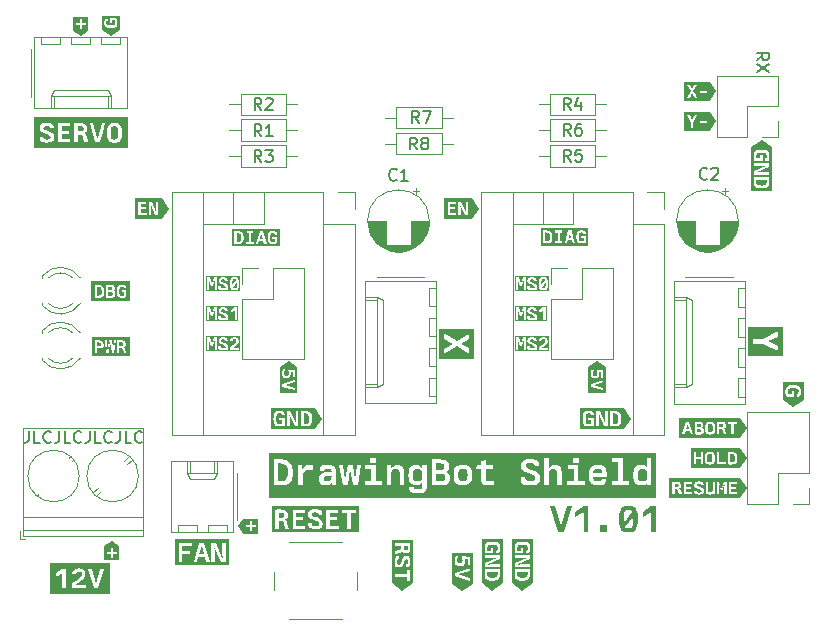
<source format=gbr>
%TF.GenerationSoftware,KiCad,Pcbnew,(6.0.9)*%
%TF.CreationDate,2024-05-17T13:17:35+09:00*%
%TF.ProjectId,DrawingBot-shield,44726177-696e-4674-926f-742d73686965,rev?*%
%TF.SameCoordinates,PX280b770PYa6e49c0*%
%TF.FileFunction,Legend,Top*%
%TF.FilePolarity,Positive*%
%FSLAX46Y46*%
G04 Gerber Fmt 4.6, Leading zero omitted, Abs format (unit mm)*
G04 Created by KiCad (PCBNEW (6.0.9)) date 2024-05-17 13:17:35*
%MOMM*%
%LPD*%
G01*
G04 APERTURE LIST*
%ADD10C,0.150000*%
%ADD11C,0.120000*%
G04 APERTURE END LIST*
D10*
X1390952Y17447620D02*
X1390952Y16733334D01*
X1343333Y16590477D01*
X1248095Y16495239D01*
X1105238Y16447620D01*
X1010000Y16447620D01*
X2343333Y16447620D02*
X1867142Y16447620D01*
X1867142Y17447620D01*
X3248095Y16542858D02*
X3200476Y16495239D01*
X3057619Y16447620D01*
X2962380Y16447620D01*
X2819523Y16495239D01*
X2724285Y16590477D01*
X2676666Y16685715D01*
X2629047Y16876191D01*
X2629047Y17019048D01*
X2676666Y17209524D01*
X2724285Y17304762D01*
X2819523Y17400000D01*
X2962380Y17447620D01*
X3057619Y17447620D01*
X3200476Y17400000D01*
X3248095Y17352381D01*
X3962380Y17447620D02*
X3962380Y16733334D01*
X3914761Y16590477D01*
X3819523Y16495239D01*
X3676666Y16447620D01*
X3581428Y16447620D01*
X4914761Y16447620D02*
X4438571Y16447620D01*
X4438571Y17447620D01*
X5819523Y16542858D02*
X5771904Y16495239D01*
X5629047Y16447620D01*
X5533809Y16447620D01*
X5390952Y16495239D01*
X5295714Y16590477D01*
X5248095Y16685715D01*
X5200476Y16876191D01*
X5200476Y17019048D01*
X5248095Y17209524D01*
X5295714Y17304762D01*
X5390952Y17400000D01*
X5533809Y17447620D01*
X5629047Y17447620D01*
X5771904Y17400000D01*
X5819523Y17352381D01*
X6533809Y17447620D02*
X6533809Y16733334D01*
X6486190Y16590477D01*
X6390952Y16495239D01*
X6248095Y16447620D01*
X6152857Y16447620D01*
X7486190Y16447620D02*
X7010000Y16447620D01*
X7010000Y17447620D01*
X8390952Y16542858D02*
X8343333Y16495239D01*
X8200476Y16447620D01*
X8105238Y16447620D01*
X7962380Y16495239D01*
X7867142Y16590477D01*
X7819523Y16685715D01*
X7771904Y16876191D01*
X7771904Y17019048D01*
X7819523Y17209524D01*
X7867142Y17304762D01*
X7962380Y17400000D01*
X8105238Y17447620D01*
X8200476Y17447620D01*
X8343333Y17400000D01*
X8390952Y17352381D01*
X9105238Y17447620D02*
X9105238Y16733334D01*
X9057619Y16590477D01*
X8962380Y16495239D01*
X8819523Y16447620D01*
X8724285Y16447620D01*
X10057619Y16447620D02*
X9581428Y16447620D01*
X9581428Y17447620D01*
X10962380Y16542858D02*
X10914761Y16495239D01*
X10771904Y16447620D01*
X10676666Y16447620D01*
X10533809Y16495239D01*
X10438571Y16590477D01*
X10390952Y16685715D01*
X10343333Y16876191D01*
X10343333Y17019048D01*
X10390952Y17209524D01*
X10438571Y17304762D01*
X10533809Y17400000D01*
X10676666Y17447620D01*
X10771904Y17447620D01*
X10914761Y17400000D01*
X10962380Y17352381D01*
%TO.C,C1*%
X32519333Y38750858D02*
X32471714Y38703239D01*
X32328857Y38655620D01*
X32233619Y38655620D01*
X32090761Y38703239D01*
X31995523Y38798477D01*
X31947904Y38893715D01*
X31900285Y39084191D01*
X31900285Y39227048D01*
X31947904Y39417524D01*
X31995523Y39512762D01*
X32090761Y39608000D01*
X32233619Y39655620D01*
X32328857Y39655620D01*
X32471714Y39608000D01*
X32519333Y39560381D01*
X33471714Y38655620D02*
X32900285Y38655620D01*
X33186000Y38655620D02*
X33186000Y39655620D01*
X33090761Y39512762D01*
X32995523Y39417524D01*
X32900285Y39369905D01*
%TO.C,R6*%
X47251333Y42465620D02*
X46918000Y42941810D01*
X46679904Y42465620D02*
X46679904Y43465620D01*
X47060857Y43465620D01*
X47156095Y43418000D01*
X47203714Y43370381D01*
X47251333Y43275143D01*
X47251333Y43132286D01*
X47203714Y43037048D01*
X47156095Y42989429D01*
X47060857Y42941810D01*
X46679904Y42941810D01*
X48108476Y43465620D02*
X47918000Y43465620D01*
X47822761Y43418000D01*
X47775142Y43370381D01*
X47679904Y43227524D01*
X47632285Y43037048D01*
X47632285Y42656096D01*
X47679904Y42560858D01*
X47727523Y42513239D01*
X47822761Y42465620D01*
X48013238Y42465620D01*
X48108476Y42513239D01*
X48156095Y42560858D01*
X48203714Y42656096D01*
X48203714Y42894191D01*
X48156095Y42989429D01*
X48108476Y43037048D01*
X48013238Y43084667D01*
X47822761Y43084667D01*
X47727523Y43037048D01*
X47679904Y42989429D01*
X47632285Y42894191D01*
%TO.C,R7*%
X34403333Y43547620D02*
X34070000Y44023810D01*
X33831904Y43547620D02*
X33831904Y44547620D01*
X34212857Y44547620D01*
X34308095Y44500000D01*
X34355714Y44452381D01*
X34403333Y44357143D01*
X34403333Y44214286D01*
X34355714Y44119048D01*
X34308095Y44071429D01*
X34212857Y44023810D01*
X33831904Y44023810D01*
X34736666Y44547620D02*
X35403333Y44547620D01*
X34974761Y43547620D01*
%TO.C,R4*%
X47251333Y44655620D02*
X46918000Y45131810D01*
X46679904Y44655620D02*
X46679904Y45655620D01*
X47060857Y45655620D01*
X47156095Y45608000D01*
X47203714Y45560381D01*
X47251333Y45465143D01*
X47251333Y45322286D01*
X47203714Y45227048D01*
X47156095Y45179429D01*
X47060857Y45131810D01*
X46679904Y45131810D01*
X48108476Y45322286D02*
X48108476Y44655620D01*
X47870380Y45703239D02*
X47632285Y44988953D01*
X48251333Y44988953D01*
%TO.C,R5*%
X47251333Y40275620D02*
X46918000Y40751810D01*
X46679904Y40275620D02*
X46679904Y41275620D01*
X47060857Y41275620D01*
X47156095Y41228000D01*
X47203714Y41180381D01*
X47251333Y41085143D01*
X47251333Y40942286D01*
X47203714Y40847048D01*
X47156095Y40799429D01*
X47060857Y40751810D01*
X46679904Y40751810D01*
X48156095Y41275620D02*
X47679904Y41275620D01*
X47632285Y40799429D01*
X47679904Y40847048D01*
X47775142Y40894667D01*
X48013238Y40894667D01*
X48108476Y40847048D01*
X48156095Y40799429D01*
X48203714Y40704191D01*
X48203714Y40466096D01*
X48156095Y40370858D01*
X48108476Y40323239D01*
X48013238Y40275620D01*
X47775142Y40275620D01*
X47679904Y40323239D01*
X47632285Y40370858D01*
%TO.C,R1*%
X21075333Y42415620D02*
X20742000Y42891810D01*
X20503904Y42415620D02*
X20503904Y43415620D01*
X20884857Y43415620D01*
X20980095Y43368000D01*
X21027714Y43320381D01*
X21075333Y43225143D01*
X21075333Y43082286D01*
X21027714Y42987048D01*
X20980095Y42939429D01*
X20884857Y42891810D01*
X20503904Y42891810D01*
X22027714Y42415620D02*
X21456285Y42415620D01*
X21742000Y42415620D02*
X21742000Y43415620D01*
X21646761Y43272762D01*
X21551523Y43177524D01*
X21456285Y43129905D01*
%TO.C,R3*%
X21075333Y40235620D02*
X20742000Y40711810D01*
X20503904Y40235620D02*
X20503904Y41235620D01*
X20884857Y41235620D01*
X20980095Y41188000D01*
X21027714Y41140381D01*
X21075333Y41045143D01*
X21075333Y40902286D01*
X21027714Y40807048D01*
X20980095Y40759429D01*
X20884857Y40711810D01*
X20503904Y40711810D01*
X21408666Y41235620D02*
X22027714Y41235620D01*
X21694380Y40854667D01*
X21837238Y40854667D01*
X21932476Y40807048D01*
X21980095Y40759429D01*
X22027714Y40664191D01*
X22027714Y40426096D01*
X21980095Y40330858D01*
X21932476Y40283239D01*
X21837238Y40235620D01*
X21551523Y40235620D01*
X21456285Y40283239D01*
X21408666Y40330858D01*
%TO.C,R8*%
X34243333Y41297620D02*
X33910000Y41773810D01*
X33671904Y41297620D02*
X33671904Y42297620D01*
X34052857Y42297620D01*
X34148095Y42250000D01*
X34195714Y42202381D01*
X34243333Y42107143D01*
X34243333Y41964286D01*
X34195714Y41869048D01*
X34148095Y41821429D01*
X34052857Y41773810D01*
X33671904Y41773810D01*
X34814761Y41869048D02*
X34719523Y41916667D01*
X34671904Y41964286D01*
X34624285Y42059524D01*
X34624285Y42107143D01*
X34671904Y42202381D01*
X34719523Y42250000D01*
X34814761Y42297620D01*
X35005238Y42297620D01*
X35100476Y42250000D01*
X35148095Y42202381D01*
X35195714Y42107143D01*
X35195714Y42059524D01*
X35148095Y41964286D01*
X35100476Y41916667D01*
X35005238Y41869048D01*
X34814761Y41869048D01*
X34719523Y41821429D01*
X34671904Y41773810D01*
X34624285Y41678572D01*
X34624285Y41488096D01*
X34671904Y41392858D01*
X34719523Y41345239D01*
X34814761Y41297620D01*
X35005238Y41297620D01*
X35100476Y41345239D01*
X35148095Y41392858D01*
X35195714Y41488096D01*
X35195714Y41678572D01*
X35148095Y41773810D01*
X35100476Y41821429D01*
X35005238Y41869048D01*
%TO.C,A1*%
X63017500Y48866667D02*
X63493690Y49200000D01*
X63017500Y49438096D02*
X64017500Y49438096D01*
X64017500Y49057143D01*
X63969881Y48961905D01*
X63922261Y48914286D01*
X63827023Y48866667D01*
X63684166Y48866667D01*
X63588928Y48914286D01*
X63541309Y48961905D01*
X63493690Y49057143D01*
X63493690Y49438096D01*
X64017500Y48533334D02*
X63017500Y47866667D01*
X64017500Y47866667D02*
X63017500Y48533334D01*
%TO.C,C2*%
X58807333Y38838858D02*
X58759714Y38791239D01*
X58616857Y38743620D01*
X58521619Y38743620D01*
X58378761Y38791239D01*
X58283523Y38886477D01*
X58235904Y38981715D01*
X58188285Y39172191D01*
X58188285Y39315048D01*
X58235904Y39505524D01*
X58283523Y39600762D01*
X58378761Y39696000D01*
X58521619Y39743620D01*
X58616857Y39743620D01*
X58759714Y39696000D01*
X58807333Y39648381D01*
X59188285Y39648381D02*
X59235904Y39696000D01*
X59331142Y39743620D01*
X59569238Y39743620D01*
X59664476Y39696000D01*
X59712095Y39648381D01*
X59759714Y39553143D01*
X59759714Y39457905D01*
X59712095Y39315048D01*
X59140666Y38743620D01*
X59759714Y38743620D01*
%TO.C,R2*%
X21075333Y44657620D02*
X20742000Y45133810D01*
X20503904Y44657620D02*
X20503904Y45657620D01*
X20884857Y45657620D01*
X20980095Y45610000D01*
X21027714Y45562381D01*
X21075333Y45467143D01*
X21075333Y45324286D01*
X21027714Y45229048D01*
X20980095Y45181429D01*
X20884857Y45133810D01*
X20503904Y45133810D01*
X21456285Y45562381D02*
X21503904Y45610000D01*
X21599142Y45657620D01*
X21837238Y45657620D01*
X21932476Y45610000D01*
X21980095Y45562381D01*
X22027714Y45467143D01*
X22027714Y45371905D01*
X21980095Y45229048D01*
X21408666Y44657620D01*
X22027714Y44657620D01*
%TO.C,kibuzzard-6646C756*%
G36*
X21938106Y11129903D02*
G01*
X29381894Y11129903D01*
X29381894Y8870097D01*
X21938106Y8870097D01*
X21938106Y9189184D01*
X22235762Y9189184D01*
X22538181Y9189184D01*
X22538181Y9851172D01*
X22690581Y9851172D01*
X22816787Y9841945D01*
X22900131Y9814263D01*
X22985856Y9672578D01*
X23097775Y9189184D01*
X23424006Y9189184D01*
X23726425Y9189184D01*
X24778938Y9189184D01*
X24778938Y9451122D01*
X24031225Y9451122D01*
X24031225Y9677341D01*
X25026587Y9677341D01*
X25034922Y9499937D01*
X25074213Y9367778D01*
X25148924Y9274314D01*
X25263522Y9212997D01*
X25426340Y9179064D01*
X25645713Y9167753D01*
X25858537Y9177873D01*
X25917199Y9189184D01*
X26583925Y9189184D01*
X27636438Y9189184D01*
X27636438Y9451122D01*
X26888725Y9451122D01*
X26888725Y9898797D01*
X27493563Y9898797D01*
X27493563Y10160734D01*
X26888725Y10160734D01*
X26888725Y10536972D01*
X27912663Y10536972D01*
X28346050Y10536972D01*
X28346050Y9189184D01*
X28650850Y9189184D01*
X28650850Y10536972D01*
X29084238Y10536972D01*
X29084238Y10808434D01*
X27912663Y10808434D01*
X27912663Y10536972D01*
X26888725Y10536972D01*
X26888725Y10546497D01*
X27588813Y10546497D01*
X27588813Y10808434D01*
X26583925Y10808434D01*
X26583925Y9189184D01*
X25917199Y9189184D01*
X26015997Y9208234D01*
X26127023Y9263003D01*
X26200544Y9346347D01*
X26241620Y9464219D01*
X26255312Y9622572D01*
X26244002Y9752648D01*
X26210069Y9857125D01*
X26149645Y9941957D01*
X26058859Y10013097D01*
X25930570Y10076795D01*
X25757631Y10139303D01*
X25557904Y10208062D01*
X25430209Y10266700D01*
X25338531Y10389334D01*
X25364725Y10501253D01*
X25451641Y10556022D01*
X25626663Y10572691D01*
X25796922Y10554831D01*
X25885028Y10495300D01*
X25919556Y10375047D01*
X26221975Y10375047D01*
X26210069Y10535186D01*
X26169588Y10653653D01*
X26097257Y10736997D01*
X25989803Y10791766D01*
X25838891Y10822127D01*
X25636187Y10832247D01*
X25429316Y10822424D01*
X25275428Y10792956D01*
X25166486Y10740271D01*
X25094453Y10660797D01*
X25054270Y10548878D01*
X25040875Y10398859D01*
X25052186Y10281583D01*
X25086119Y10186928D01*
X25147138Y10109240D01*
X25239709Y10042863D01*
X25370976Y9982438D01*
X25548081Y9922609D01*
X25689468Y9876473D01*
X25794541Y9833313D01*
X25919556Y9741634D01*
X25957656Y9620191D01*
X25931462Y9502319D01*
X25842166Y9443978D01*
X25664763Y9427309D01*
X25548974Y9432667D01*
X25463547Y9448741D01*
X25362344Y9523750D01*
X25324244Y9677341D01*
X25026587Y9677341D01*
X24031225Y9677341D01*
X24031225Y9898797D01*
X24636062Y9898797D01*
X24636062Y10160734D01*
X24031225Y10160734D01*
X24031225Y10546497D01*
X24731313Y10546497D01*
X24731313Y10808434D01*
X23726425Y10808434D01*
X23726425Y9189184D01*
X23424006Y9189184D01*
X23288275Y9694009D01*
X23247496Y9813667D01*
X23201359Y9891653D01*
X23052531Y9965472D01*
X23052531Y9986903D01*
X23221600Y10040481D01*
X23306134Y10147638D01*
X23331137Y10339328D01*
X23315957Y10502444D01*
X23270416Y10625078D01*
X23188858Y10713184D01*
X23065628Y10772716D01*
X22956488Y10797851D01*
X22821153Y10812932D01*
X22659625Y10817959D01*
X22519131Y10815578D01*
X22235762Y10806053D01*
X22235762Y9189184D01*
X21938106Y9189184D01*
X21938106Y11129903D01*
G37*
G36*
X22725109Y10551855D02*
G01*
X22840600Y10546497D01*
X22990619Y10497681D01*
X23031100Y10351234D01*
X22991809Y10166688D01*
X22845362Y10115491D01*
X22538181Y10115491D01*
X22538181Y10551259D01*
X22640575Y10553641D01*
X22725109Y10551855D01*
G37*
%TO.C,kibuzzard-6646C738*%
G36*
X13772809Y8307281D02*
G01*
X18347191Y8307281D01*
X18347191Y6092719D01*
X13772809Y6092719D01*
X13772809Y6390375D01*
X14070466Y6390375D01*
X14375266Y6390375D01*
X15334909Y6390375D01*
X15637328Y6390375D01*
X15754009Y6778519D01*
X16268359Y6778519D01*
X16385041Y6390375D01*
X16687459Y6390375D01*
X16830334Y6390375D01*
X17123228Y6390375D01*
X17123228Y7321444D01*
X17089891Y7659581D01*
X17097034Y7659581D01*
X17678059Y6390375D01*
X18049534Y6390375D01*
X18049534Y8009625D01*
X17756641Y8009625D01*
X17756641Y7078556D01*
X17789978Y6740419D01*
X17782834Y6740419D01*
X17201809Y8009625D01*
X16830334Y8009625D01*
X16830334Y6390375D01*
X16687459Y6390375D01*
X16204066Y8009625D01*
X15818303Y8009625D01*
X15334909Y6390375D01*
X14375266Y6390375D01*
X14375266Y7066650D01*
X15075353Y7066650D01*
X15075353Y7333350D01*
X14375266Y7333350D01*
X14375266Y7740544D01*
X15170603Y7740544D01*
X15170603Y8009625D01*
X14070466Y8009625D01*
X14070466Y6390375D01*
X13772809Y6390375D01*
X13772809Y8307281D01*
G37*
G36*
X16196922Y7033313D02*
G01*
X15825447Y7033313D01*
X16008803Y7714350D01*
X16013566Y7714350D01*
X16196922Y7033313D01*
G37*
%TO.C,kibuzzard-6646C040*%
G36*
X67013923Y21578065D02*
G01*
X67013923Y20124550D01*
X66110000Y19521935D01*
X65206077Y20124550D01*
X65206077Y20802730D01*
X65444202Y20802730D01*
X65449441Y20685573D01*
X65465157Y20585560D01*
X65495638Y20485071D01*
X65545168Y20366485D01*
X66190963Y20366485D01*
X66190963Y20865595D01*
X65983318Y20865595D01*
X65983318Y20596990D01*
X65691853Y20596990D01*
X65662325Y20691287D01*
X65653752Y20808445D01*
X65663754Y20909648D01*
X65693758Y20984658D01*
X65747812Y21037759D01*
X65829965Y21073240D01*
X65946408Y21093243D01*
X66103333Y21099910D01*
X66263829Y21093957D01*
X66383368Y21076098D01*
X66468140Y21043951D01*
X66524338Y20995135D01*
X66555770Y20926079D01*
X66566248Y20833210D01*
X66551008Y20698907D01*
X66500525Y20627470D01*
X66398608Y20598895D01*
X66398608Y20362675D01*
X66530053Y20379582D01*
X66627208Y20415062D01*
X66695788Y20473403D01*
X66741508Y20558890D01*
X66767225Y20677476D01*
X66775798Y20835115D01*
X66769130Y20957141D01*
X66749128Y21059058D01*
X66715790Y21140868D01*
X66635304Y21233022D01*
X66513860Y21294220D01*
X66405804Y21319620D01*
X66270867Y21334860D01*
X66109048Y21339940D01*
X65948287Y21334543D01*
X65813984Y21318350D01*
X65706140Y21291363D01*
X65584696Y21226354D01*
X65504210Y21128485D01*
X65470873Y21041490D01*
X65450870Y20932905D01*
X65444202Y20802730D01*
X65206077Y20802730D01*
X65206077Y21578065D01*
X67013923Y21578065D01*
G37*
%TO.C,kibuzzard-66469F7A*%
G36*
X46438125Y9393575D02*
G01*
X46454000Y9393575D01*
X46923900Y11076325D01*
X47336650Y11076325D01*
X46695300Y8917325D01*
X46196825Y8917325D01*
X45555475Y11076325D01*
X45968225Y11076325D01*
X46438125Y9393575D01*
G37*
G36*
X51652666Y8979237D02*
G01*
X51560988Y9068138D01*
X51489153Y9202678D01*
X51447166Y9336425D01*
X51851500Y9336425D01*
X51946750Y9249112D01*
X52159475Y9225300D01*
X52369025Y9249112D01*
X52461100Y9323725D01*
X52511900Y9495175D01*
X52545238Y9723775D01*
X52556350Y10009525D01*
X52550000Y10219075D01*
X51851500Y9336425D01*
X51447166Y9336425D01*
X51429225Y9393575D01*
X51395711Y9575608D01*
X51375603Y9778808D01*
X51368995Y10000000D01*
X51765775Y10000000D01*
X51768950Y9861888D01*
X51778475Y9714250D01*
X52489675Y10612775D01*
X52389663Y10741363D01*
X52156300Y10774700D01*
X51956275Y10754063D01*
X51864200Y10681038D01*
X51810225Y10511175D01*
X51778475Y10293688D01*
X51768950Y10163909D01*
X51765775Y10000000D01*
X51368995Y10000000D01*
X51368900Y10003175D01*
X51376308Y10233539D01*
X51398533Y10437797D01*
X51435575Y10615950D01*
X51494709Y10798909D01*
X51564163Y10928688D01*
X51653856Y11016000D01*
X51773713Y11071563D01*
X51938416Y11101328D01*
X52162650Y11111250D01*
X52386488Y11101328D01*
X52550000Y11071563D01*
X52668666Y11016397D01*
X52757963Y10930275D01*
X52827416Y10801688D01*
X52886550Y10619125D01*
X52923592Y10435328D01*
X52945817Y10222603D01*
X52953225Y9980950D01*
X52949653Y9811088D01*
X52938938Y9663450D01*
X52919491Y9526131D01*
X52889725Y9387225D01*
X52829400Y9199106D01*
X52756375Y9066550D01*
X52663506Y8978841D01*
X52543650Y8925262D01*
X52380138Y8897878D01*
X52159475Y8888879D01*
X52156300Y8888750D01*
X51934844Y8897878D01*
X51778475Y8924194D01*
X51772125Y8925262D01*
X51652666Y8979237D01*
G37*
G36*
X48749525Y8917325D02*
G01*
X48355825Y8917325D01*
X48355825Y10434975D01*
X48368525Y10631825D01*
X48244700Y10530225D01*
X47673200Y10177800D01*
X47673200Y10596900D01*
X48355825Y11076325D01*
X48749525Y11076325D01*
X48749525Y8917325D01*
G37*
G36*
X54464525Y8917325D02*
G01*
X54070825Y8917325D01*
X54070825Y10434975D01*
X54083525Y10631825D01*
X53959700Y10530225D01*
X53388200Y10177800D01*
X53388200Y10596900D01*
X54070825Y11076325D01*
X54464525Y11076325D01*
X54464525Y8917325D01*
G37*
G36*
X50349725Y8917325D02*
G01*
X49746475Y8917325D01*
X49746475Y9498350D01*
X50349725Y9498350D01*
X50349725Y8917325D01*
G37*
%TO.C,kibuzzard-65E68AE8*%
G36*
X55599553Y13454415D02*
G01*
X61634170Y13454415D01*
X62180447Y12635000D01*
X61634170Y11815585D01*
X55599553Y11815585D01*
X55599553Y12094456D01*
X55864137Y12094456D01*
X56065749Y12094456D01*
X56065749Y12535781D01*
X56167349Y12535781D01*
X56251487Y12529630D01*
X56307049Y12511175D01*
X56364199Y12416719D01*
X56438812Y12094456D01*
X56656299Y12094456D01*
X56857912Y12094456D01*
X57559587Y12094456D01*
X57559587Y12269081D01*
X57061112Y12269081D01*
X57061112Y12419894D01*
X57724687Y12419894D01*
X57730243Y12301625D01*
X57756437Y12213519D01*
X57806245Y12151209D01*
X57882643Y12110331D01*
X57991188Y12087709D01*
X58137437Y12080169D01*
X58279320Y12086916D01*
X58384293Y12107156D01*
X58458310Y12143669D01*
X58507324Y12199231D01*
X58534709Y12277813D01*
X58543837Y12383381D01*
X58538453Y12445294D01*
X58693062Y12445294D01*
X58702190Y12318691D01*
X58729574Y12224631D01*
X58778390Y12157956D01*
X58851812Y12113506D01*
X58955396Y12088503D01*
X59094699Y12080169D01*
X59228446Y12088503D01*
X59252164Y12094456D01*
X59618574Y12094456D01*
X59805899Y12094456D01*
X59805899Y12640556D01*
X59786849Y12921544D01*
X59793199Y12921544D01*
X59959887Y12454819D01*
X60120224Y12454819D01*
X60286912Y12921544D01*
X60293262Y12921544D01*
X60274212Y12640556D01*
X60274212Y12094456D01*
X60461537Y12094456D01*
X60667912Y12094456D01*
X61369587Y12094456D01*
X61369587Y12269081D01*
X60871112Y12269081D01*
X60871112Y12567531D01*
X61274337Y12567531D01*
X61274337Y12742156D01*
X60871112Y12742156D01*
X60871112Y12999331D01*
X61337837Y12999331D01*
X61337837Y13173956D01*
X60667912Y13173956D01*
X60667912Y12094456D01*
X60461537Y12094456D01*
X60461537Y13173956D01*
X60224999Y13173956D01*
X60048787Y12656431D01*
X60031324Y12656431D01*
X59858287Y13173956D01*
X59618574Y13173956D01*
X59618574Y12094456D01*
X59252164Y12094456D01*
X59328062Y12113506D01*
X59398706Y12157956D01*
X59445537Y12224631D01*
X59471731Y12319087D01*
X59480462Y12446881D01*
X59480462Y13173956D01*
X59277262Y13173956D01*
X59277262Y12451644D01*
X59260593Y12334169D01*
X59205031Y12275431D01*
X59094699Y12257969D01*
X58974843Y12275431D01*
X58914518Y12334963D01*
X58896262Y12453231D01*
X58896262Y13173956D01*
X58693062Y13173956D01*
X58693062Y12445294D01*
X58538453Y12445294D01*
X58536296Y12470098D01*
X58513674Y12539750D01*
X58473391Y12596305D01*
X58412868Y12643731D01*
X58327341Y12686197D01*
X58212049Y12727869D01*
X58078898Y12773708D01*
X57993768Y12812800D01*
X57932649Y12894556D01*
X57950112Y12969169D01*
X58008056Y13005681D01*
X58124737Y13016794D01*
X58238243Y13004888D01*
X58296981Y12965200D01*
X58319999Y12885031D01*
X58521612Y12885031D01*
X58513674Y12991791D01*
X58486687Y13070769D01*
X58438466Y13126331D01*
X58366831Y13162844D01*
X58266223Y13183084D01*
X58131087Y13189831D01*
X57993173Y13183283D01*
X57890581Y13163638D01*
X57817952Y13128514D01*
X57769931Y13075531D01*
X57743141Y13000919D01*
X57734212Y12900906D01*
X57741752Y12822722D01*
X57764374Y12759619D01*
X57805054Y12707827D01*
X57866768Y12663575D01*
X57954279Y12623292D01*
X58072349Y12583406D01*
X58166607Y12552648D01*
X58236656Y12523875D01*
X58319999Y12462756D01*
X58345399Y12381794D01*
X58327937Y12303212D01*
X58268406Y12264319D01*
X58150137Y12253206D01*
X58072945Y12256778D01*
X58015993Y12267494D01*
X57948524Y12317500D01*
X57923124Y12419894D01*
X57724687Y12419894D01*
X57061112Y12419894D01*
X57061112Y12567531D01*
X57464337Y12567531D01*
X57464337Y12742156D01*
X57061112Y12742156D01*
X57061112Y12999331D01*
X57527837Y12999331D01*
X57527837Y13173956D01*
X56857912Y13173956D01*
X56857912Y12094456D01*
X56656299Y12094456D01*
X56565812Y12431006D01*
X56538626Y12510778D01*
X56507868Y12562769D01*
X56408649Y12611981D01*
X56408649Y12626269D01*
X56521362Y12661988D01*
X56577718Y12733425D01*
X56594387Y12861219D01*
X56584266Y12969963D01*
X56553906Y13051719D01*
X56499534Y13110456D01*
X56417381Y13150144D01*
X56344620Y13166901D01*
X56254397Y13176955D01*
X56146712Y13180306D01*
X56053049Y13178719D01*
X55864137Y13172369D01*
X55864137Y12094456D01*
X55599553Y12094456D01*
X55599553Y13454415D01*
G37*
G36*
X56190368Y13002903D02*
G01*
X56267362Y12999331D01*
X56367374Y12966788D01*
X56394362Y12869156D01*
X56368168Y12746125D01*
X56270537Y12711994D01*
X56065749Y12711994D01*
X56065749Y13002506D01*
X56134012Y13004094D01*
X56190368Y13002903D01*
G37*
D11*
%TO.C,C1*%
X34161000Y38057887D02*
X34161000Y37557887D01*
X31646000Y34172112D02*
X30338000Y34172112D01*
X34471000Y33372112D02*
X33726000Y33372112D01*
X31646000Y33572112D02*
X30715000Y33572112D01*
X31646000Y35213112D02*
X30106000Y35213112D01*
X31646000Y33492112D02*
X30785000Y33492112D01*
X32970000Y32652112D02*
X32402000Y32652112D01*
X31646000Y34653112D02*
X30175000Y34653112D01*
X31646000Y33932112D02*
X30462000Y33932112D01*
X31646000Y34132112D02*
X30357000Y34132112D01*
X31646000Y35053112D02*
X30113000Y35053112D01*
X35051000Y34212112D02*
X33726000Y34212112D01*
X35015000Y34132112D02*
X33726000Y34132112D01*
X34954000Y34012112D02*
X33726000Y34012112D01*
X35034000Y34172112D02*
X33726000Y34172112D01*
X35141000Y34452112D02*
X33726000Y34452112D01*
X35242000Y34893112D02*
X33726000Y34893112D01*
X35100000Y34332112D02*
X33726000Y34332112D01*
X34910000Y33932112D02*
X33726000Y33932112D01*
X31646000Y34012112D02*
X30418000Y34012112D01*
X35068000Y34252112D02*
X33726000Y34252112D01*
X31646000Y33292112D02*
X30987000Y33292112D01*
X31646000Y33852112D02*
X30511000Y33852112D01*
X31646000Y35013112D02*
X30117000Y35013112D01*
X35084000Y34292112D02*
X33726000Y34292112D01*
X33864000Y32932112D02*
X31508000Y32932112D01*
X34781000Y33732112D02*
X33726000Y33732112D01*
X35166000Y34532112D02*
X33726000Y34532112D01*
X31646000Y34733112D02*
X30158000Y34733112D01*
X31646000Y34052112D02*
X30396000Y34052112D01*
X35236000Y34853112D02*
X33726000Y34853112D01*
X35187000Y34613112D02*
X33726000Y34613112D01*
X34623000Y33532112D02*
X33726000Y33532112D01*
X33363000Y32732112D02*
X32009000Y32732112D01*
X35222000Y34773112D02*
X33726000Y34773112D01*
X31646000Y34973112D02*
X30121000Y34973112D01*
X33937000Y32972112D02*
X31435000Y32972112D01*
X33784000Y32892112D02*
X31588000Y32892112D01*
X34808000Y33772112D02*
X33726000Y33772112D01*
X31646000Y34773112D02*
X30150000Y34773112D01*
X31646000Y34372112D02*
X30258000Y34372112D01*
X34751000Y33692112D02*
X33726000Y33692112D01*
X35266000Y35253112D02*
X33726000Y35253112D01*
X31646000Y34693112D02*
X30166000Y34693112D01*
X35128000Y34412112D02*
X33726000Y34412112D01*
X35264000Y35133112D02*
X33726000Y35133112D01*
X31646000Y33332112D02*
X30943000Y33332112D01*
X34240000Y33172112D02*
X31132000Y33172112D01*
X31646000Y34292112D02*
X30288000Y34292112D01*
X35265000Y35173112D02*
X33726000Y35173112D01*
X34429000Y33332112D02*
X33726000Y33332112D01*
X35255000Y35013112D02*
X33726000Y35013112D01*
X31646000Y33412112D02*
X30860000Y33412112D01*
X31646000Y33772112D02*
X30564000Y33772112D01*
X31646000Y34613112D02*
X30185000Y34613112D01*
X31646000Y34212112D02*
X30321000Y34212112D01*
X31646000Y33612112D02*
X30682000Y33612112D01*
X31646000Y35133112D02*
X30108000Y35133112D01*
X35262000Y35093112D02*
X33726000Y35093112D01*
X34587000Y33492112D02*
X33726000Y33492112D01*
X31646000Y34933112D02*
X30125000Y34933112D01*
X31646000Y34492112D02*
X30218000Y34492112D01*
X35197000Y34653112D02*
X33726000Y34653112D01*
X35214000Y34733112D02*
X33726000Y34733112D01*
X34861000Y33852112D02*
X33726000Y33852112D01*
X31646000Y34412112D02*
X30244000Y34412112D01*
X35177000Y34573112D02*
X33726000Y34573112D01*
X34291000Y33212112D02*
X31081000Y33212112D01*
X33697000Y32852112D02*
X31675000Y32852112D01*
X34835000Y33812112D02*
X33726000Y33812112D01*
X34690000Y33612112D02*
X33726000Y33612112D01*
X34976000Y34052112D02*
X33726000Y34052112D01*
X35266000Y35213112D02*
X33726000Y35213112D01*
X33491000Y32772112D02*
X31881000Y32772112D01*
X31646000Y33732112D02*
X30591000Y33732112D01*
X34186000Y33132112D02*
X31186000Y33132112D01*
X31646000Y35253112D02*
X30106000Y35253112D01*
X31646000Y35093112D02*
X30110000Y35093112D01*
X35114000Y34372112D02*
X33726000Y34372112D01*
X34550000Y33452112D02*
X33726000Y33452112D01*
X31646000Y34532112D02*
X30206000Y34532112D01*
X34005000Y33012112D02*
X31367000Y33012112D01*
X34069000Y33052112D02*
X31303000Y33052112D01*
X35259000Y35053112D02*
X33726000Y35053112D01*
X34721000Y33652112D02*
X33726000Y33652112D01*
X35206000Y34693112D02*
X33726000Y34693112D01*
X31646000Y34452112D02*
X30231000Y34452112D01*
X31646000Y33452112D02*
X30822000Y33452112D01*
X31646000Y34813112D02*
X30143000Y34813112D01*
X31646000Y33892112D02*
X30486000Y33892112D01*
X31646000Y34092112D02*
X30376000Y34092112D01*
X34339000Y33252112D02*
X33726000Y33252112D01*
X35251000Y34973112D02*
X33726000Y34973112D01*
X34385000Y33292112D02*
X33726000Y33292112D01*
X34886000Y33892112D02*
X33726000Y33892112D01*
X35154000Y34492112D02*
X33726000Y34492112D01*
X31646000Y33252112D02*
X31033000Y33252112D01*
X31646000Y33692112D02*
X30621000Y33692112D01*
X31646000Y34252112D02*
X30304000Y34252112D01*
X31646000Y33972112D02*
X30439000Y33972112D01*
X34933000Y33972112D02*
X33726000Y33972112D01*
X31646000Y35173112D02*
X30107000Y35173112D01*
X34996000Y34092112D02*
X33726000Y34092112D01*
X33601000Y32812112D02*
X31771000Y32812112D01*
X31646000Y34573112D02*
X30195000Y34573112D01*
X34129000Y33092112D02*
X31243000Y33092112D01*
X34657000Y33572112D02*
X33726000Y33572112D01*
X34512000Y33412112D02*
X33726000Y33412112D01*
X31646000Y33652112D02*
X30651000Y33652112D01*
X31646000Y34893112D02*
X30130000Y34893112D01*
X33204000Y32692112D02*
X32168000Y32692112D01*
X31646000Y33812112D02*
X30537000Y33812112D01*
X31646000Y34332112D02*
X30272000Y34332112D01*
X35229000Y34813112D02*
X33726000Y34813112D01*
X34411000Y37807887D02*
X33911000Y37807887D01*
X35247000Y34933112D02*
X33726000Y34933112D01*
X31646000Y33372112D02*
X30901000Y33372112D01*
X31646000Y34853112D02*
X30136000Y34853112D01*
X31646000Y33532112D02*
X30749000Y33532112D01*
X35306000Y35253112D02*
G75*
G03*
X35306000Y35253112I-2620000J0D01*
G01*
%TO.C,kibuzzard-65E6A239*%
G36*
X16411792Y25465977D02*
G01*
X19242834Y25465977D01*
X19242834Y24224023D01*
X16411792Y24224023D01*
X16411792Y24304456D01*
X16477938Y24304456D01*
X16665263Y24304456D01*
X16665263Y24850556D01*
X16646213Y25131544D01*
X16652563Y25131544D01*
X16819251Y24664819D01*
X16979588Y24664819D01*
X17146276Y25131544D01*
X17152626Y25131544D01*
X17133576Y24850556D01*
X17133576Y24304456D01*
X17320901Y24304456D01*
X17320901Y24629894D01*
X17441551Y24629894D01*
X17447107Y24511625D01*
X17473301Y24423519D01*
X17523108Y24361209D01*
X17599507Y24320331D01*
X17708052Y24297709D01*
X17854301Y24290169D01*
X17996183Y24296916D01*
X18101157Y24317156D01*
X18175174Y24353669D01*
X18224188Y24409231D01*
X18251572Y24487813D01*
X18260701Y24593381D01*
X18253160Y24680098D01*
X18230538Y24749750D01*
X18190255Y24806305D01*
X18129732Y24853731D01*
X18044205Y24896197D01*
X17928913Y24937869D01*
X17795761Y24983708D01*
X17710632Y25022800D01*
X17666128Y25082331D01*
X18409926Y25082331D01*
X18613126Y25082331D01*
X18635351Y25170438D01*
X18690119Y25214888D01*
X18794101Y25228381D01*
X18897288Y25215681D01*
X18948882Y25173613D01*
X18963963Y25088681D01*
X18952851Y25015656D01*
X18911576Y24955331D01*
X18839741Y24888259D01*
X18748063Y24810869D01*
X18690318Y24764633D01*
X18618682Y24708475D01*
X18533155Y24642395D01*
X18433738Y24566394D01*
X18433738Y24304456D01*
X19176688Y24304456D01*
X19176688Y24482256D01*
X18638526Y24482256D01*
X18638526Y24496544D01*
X18732805Y24563395D01*
X18812445Y24622133D01*
X18877444Y24672756D01*
X18963368Y24746178D01*
X19048101Y24826744D01*
X19104060Y24890244D01*
X19138588Y24947394D01*
X19156447Y25008909D01*
X19162401Y25085506D01*
X19154066Y25195242D01*
X19129063Y25276800D01*
X19084415Y25334347D01*
X19017144Y25372050D01*
X18921696Y25392886D01*
X18792513Y25399831D01*
X18664124Y25392688D01*
X18567882Y25371256D01*
X18498826Y25332958D01*
X18451994Y25275213D01*
X18423618Y25193258D01*
X18409926Y25082331D01*
X17666128Y25082331D01*
X17649513Y25104556D01*
X17666976Y25179169D01*
X17724919Y25215681D01*
X17841601Y25226794D01*
X17955107Y25214888D01*
X18013844Y25175200D01*
X18036863Y25095031D01*
X18238476Y25095031D01*
X18230538Y25201791D01*
X18203551Y25280769D01*
X18155330Y25336331D01*
X18083694Y25372844D01*
X17983086Y25393084D01*
X17847951Y25399831D01*
X17710036Y25393283D01*
X17607444Y25373638D01*
X17534816Y25338514D01*
X17486794Y25285531D01*
X17460005Y25210919D01*
X17451076Y25110906D01*
X17458616Y25032722D01*
X17481238Y24969619D01*
X17521918Y24917827D01*
X17583632Y24873575D01*
X17671143Y24833292D01*
X17789213Y24793406D01*
X17883471Y24762648D01*
X17953519Y24733875D01*
X18036863Y24672756D01*
X18062263Y24591794D01*
X18044801Y24513212D01*
X17985269Y24474319D01*
X17867001Y24463206D01*
X17789808Y24466778D01*
X17732857Y24477494D01*
X17665388Y24527500D01*
X17639988Y24629894D01*
X17441551Y24629894D01*
X17320901Y24629894D01*
X17320901Y25383956D01*
X17084363Y25383956D01*
X16908151Y24866431D01*
X16890688Y24866431D01*
X16717651Y25383956D01*
X16477938Y25383956D01*
X16477938Y24304456D01*
X16411792Y24304456D01*
X16411792Y25465977D01*
G37*
%TO.C,kibuzzard-65E687F6*%
G36*
X3196987Y6317625D02*
G01*
X8223013Y6317625D01*
X8223013Y3682375D01*
X3196987Y3682375D01*
X3196987Y5123825D01*
X3693081Y5123825D01*
X4121706Y5388144D01*
X4214575Y5464344D01*
X4205050Y5316706D01*
X4205050Y4178469D01*
X4500325Y4178469D01*
X4500325Y5345281D01*
X5040869Y5345281D01*
X5345669Y5345281D01*
X5379006Y5477441D01*
X5461159Y5544116D01*
X5617131Y5564356D01*
X5771912Y5545306D01*
X5849303Y5482203D01*
X5871925Y5354806D01*
X5855256Y5245269D01*
X5793344Y5154781D01*
X5685592Y5054173D01*
X5548075Y4938087D01*
X5461457Y4868734D01*
X5354003Y4784497D01*
X5225713Y4685377D01*
X5076587Y4571375D01*
X5076587Y4178469D01*
X6191013Y4178469D01*
X6191013Y4445169D01*
X5383769Y4445169D01*
X5383769Y4466600D01*
X5525189Y4566877D01*
X5644648Y4654983D01*
X5742147Y4730919D01*
X5871032Y4841052D01*
X5998131Y4961900D01*
X6082070Y5057150D01*
X6133863Y5142875D01*
X6160652Y5235148D01*
X6169581Y5350044D01*
X6157080Y5514648D01*
X6119575Y5636984D01*
X6052602Y5723305D01*
X5951697Y5779859D01*
X5869881Y5797719D01*
X6391038Y5797719D01*
X6872050Y4178469D01*
X7245906Y4178469D01*
X7726919Y5797719D01*
X7417356Y5797719D01*
X7064931Y4535656D01*
X7053025Y4535656D01*
X6700600Y5797719D01*
X6391038Y5797719D01*
X5869881Y5797719D01*
X5808524Y5811113D01*
X5614750Y5821531D01*
X5422166Y5810816D01*
X5277803Y5778669D01*
X5174219Y5721221D01*
X5103972Y5634603D01*
X5061407Y5511671D01*
X5040869Y5345281D01*
X4500325Y5345281D01*
X4500325Y5797719D01*
X4205050Y5797719D01*
X3693081Y5438150D01*
X3693081Y5123825D01*
X3196987Y5123825D01*
X3196987Y6317625D01*
G37*
%TO.C,kibuzzard-65E69E92*%
G36*
X8330000Y50900321D02*
G01*
X7576731Y51402500D01*
X7576731Y52021625D01*
X7775169Y52021625D01*
X7780725Y51919937D01*
X7797394Y51835006D01*
X7825175Y51766832D01*
X7892247Y51690036D01*
X7993450Y51639038D01*
X8083497Y51617871D01*
X8195944Y51605171D01*
X8330794Y51600938D01*
X8464761Y51605436D01*
X8576680Y51618929D01*
X8666550Y51641419D01*
X8767753Y51695593D01*
X8834825Y51777150D01*
X8862606Y51849646D01*
X8879275Y51940134D01*
X8884831Y52048613D01*
X8880466Y52146244D01*
X8867369Y52229588D01*
X8841969Y52313328D01*
X8800694Y52412150D01*
X8262531Y52412150D01*
X8262531Y51996225D01*
X8435569Y51996225D01*
X8435569Y52220063D01*
X8678456Y52220063D01*
X8703062Y52141482D01*
X8710206Y52043850D01*
X8701872Y51959514D01*
X8676869Y51897007D01*
X8631823Y51852755D01*
X8563363Y51823188D01*
X8466327Y51806519D01*
X8335556Y51800963D01*
X8201809Y51805924D01*
X8102194Y51820807D01*
X8031550Y51847596D01*
X7984719Y51888275D01*
X7958525Y51945822D01*
X7949794Y52023213D01*
X7962494Y52135132D01*
X8004562Y52194663D01*
X8089494Y52218475D01*
X8089494Y52415325D01*
X7979956Y52401236D01*
X7898994Y52371669D01*
X7841844Y52323052D01*
X7803744Y52251813D01*
X7782312Y52152991D01*
X7775169Y52021625D01*
X7576731Y52021625D01*
X7576731Y52613763D01*
X9083269Y52613763D01*
X9083269Y51402500D01*
X8330000Y50900321D01*
G37*
%TO.C,kibuzzard-6514EA0E*%
G36*
X5790000Y50900321D02*
G01*
X5169288Y51314129D01*
X5169288Y51512567D01*
X5169287Y51512567D01*
X5169287Y51833242D01*
X5367725Y51833242D01*
X5701100Y51833242D01*
X5701100Y51512567D01*
X5869375Y51512567D01*
X5869375Y51833242D01*
X6212275Y51833242D01*
X6212275Y52020567D01*
X5869375Y52020567D01*
X5869375Y52341242D01*
X5701100Y52341242D01*
X5701100Y52020567D01*
X5367725Y52020567D01*
X5367725Y51833242D01*
X5169287Y51833242D01*
X5169287Y52539679D01*
X6410713Y52539679D01*
X6410713Y51314129D01*
X5790000Y50900321D01*
G37*
%TO.C,kibuzzard-65E68518*%
G36*
X21192137Y33738081D02*
G01*
X20944487Y33738081D01*
X21066725Y34192106D01*
X21069900Y34192106D01*
X21192137Y33738081D01*
G37*
G36*
X19037900Y34218697D02*
G01*
X19112512Y34212744D01*
X19203992Y34195480D01*
X19272056Y34165913D01*
X19320277Y34120272D01*
X19352225Y34054788D01*
X19370084Y33964895D01*
X19376037Y33846031D01*
X19369886Y33720420D01*
X19351431Y33626163D01*
X19318292Y33558495D01*
X19268087Y33512656D01*
X19197047Y33484875D01*
X19101400Y33471381D01*
X18975987Y33476144D01*
X18975987Y34220681D01*
X19037900Y34218697D01*
G37*
G36*
X18574350Y34603269D02*
G01*
X22625650Y34603269D01*
X22625650Y33096731D01*
X18574350Y33096731D01*
X18574350Y33309456D01*
X18772787Y33309456D01*
X18876681Y33302401D01*
X18970343Y33298167D01*
X19053775Y33296756D01*
X19180951Y33302224D01*
X19227843Y33309456D01*
X19817362Y33309456D01*
X20412675Y33309456D01*
X20617462Y33309456D01*
X20819075Y33309456D01*
X20896863Y33568219D01*
X21239762Y33568219D01*
X21317550Y33309456D01*
X21519163Y33309456D01*
X21358031Y33849206D01*
X21612825Y33849206D01*
X21617323Y33715239D01*
X21630817Y33603320D01*
X21653306Y33513450D01*
X21707480Y33412247D01*
X21789038Y33345175D01*
X21861533Y33317394D01*
X21952021Y33300725D01*
X22060500Y33295169D01*
X22158131Y33299534D01*
X22241475Y33312631D01*
X22325216Y33338031D01*
X22424038Y33379306D01*
X22424038Y33917469D01*
X22008113Y33917469D01*
X22008113Y33744431D01*
X22231950Y33744431D01*
X22231950Y33501544D01*
X22153369Y33476938D01*
X22055738Y33469794D01*
X21971402Y33478128D01*
X21908894Y33503131D01*
X21864642Y33548177D01*
X21835075Y33616637D01*
X21818406Y33713673D01*
X21812850Y33844444D01*
X21817811Y33978191D01*
X21832694Y34077806D01*
X21859483Y34148450D01*
X21900163Y34195281D01*
X21957709Y34221475D01*
X22035100Y34230206D01*
X22147019Y34217506D01*
X22206550Y34175438D01*
X22230363Y34090506D01*
X22427213Y34090506D01*
X22413123Y34200044D01*
X22383556Y34281006D01*
X22334939Y34338156D01*
X22263700Y34376256D01*
X22164878Y34397688D01*
X22033513Y34404831D01*
X21931824Y34399275D01*
X21846893Y34382606D01*
X21778719Y34354825D01*
X21701923Y34287753D01*
X21650925Y34186550D01*
X21629758Y34096503D01*
X21617058Y33984056D01*
X21612825Y33849206D01*
X21358031Y33849206D01*
X21196900Y34388956D01*
X20939725Y34388956D01*
X20617462Y33309456D01*
X20412675Y33309456D01*
X20412675Y33485669D01*
X20214237Y33485669D01*
X20214237Y34212744D01*
X20401562Y34212744D01*
X20401562Y34388956D01*
X19828475Y34388956D01*
X19828475Y34212744D01*
X20015800Y34212744D01*
X20015800Y33485669D01*
X19817362Y33485669D01*
X19817362Y33309456D01*
X19227843Y33309456D01*
X19287314Y33318628D01*
X19372862Y33345969D01*
X19469303Y33411652D01*
X19533200Y33510275D01*
X19559658Y33597499D01*
X19575533Y33705714D01*
X19580825Y33834919D01*
X19576239Y33958479D01*
X19562481Y34062460D01*
X19539550Y34146863D01*
X19483789Y34244692D01*
X19399056Y34314344D01*
X19323826Y34347152D01*
X19230428Y34371494D01*
X19118862Y34387369D01*
X19042662Y34393322D01*
X18956937Y34395306D01*
X18869625Y34393719D01*
X18772787Y34388956D01*
X18772787Y33309456D01*
X18574350Y33309456D01*
X18574350Y34603269D01*
G37*
%TO.C,R6*%
X45498000Y41998000D02*
X49338000Y41998000D01*
X49338000Y41998000D02*
X49338000Y43838000D01*
X49338000Y43838000D02*
X45498000Y43838000D01*
X44548000Y42918000D02*
X45498000Y42918000D01*
X45498000Y43838000D02*
X45498000Y41998000D01*
X50288000Y42918000D02*
X49338000Y42918000D01*
%TO.C,kibuzzard-65E69ED1*%
G36*
X5718088Y43261855D02*
G01*
X5833578Y43256497D01*
X5983597Y43207681D01*
X6024078Y43061234D01*
X5984788Y42876688D01*
X5838341Y42825491D01*
X5531159Y42825491D01*
X5531159Y43261259D01*
X5633553Y43263641D01*
X5718088Y43261855D01*
G37*
G36*
X1801328Y44038341D02*
G01*
X9758672Y44038341D01*
X9758672Y41381659D01*
X1801328Y41381659D01*
X1801328Y42387341D01*
X2304566Y42387341D01*
X2312900Y42209937D01*
X2352191Y42077778D01*
X2426902Y41984314D01*
X2541500Y41922997D01*
X2704318Y41889064D01*
X2923691Y41877753D01*
X3136515Y41887873D01*
X3195177Y41899184D01*
X3861903Y41899184D01*
X4914416Y41899184D01*
X5228741Y41899184D01*
X5531159Y41899184D01*
X5531159Y42561172D01*
X5683559Y42561172D01*
X5809766Y42551945D01*
X5893109Y42524263D01*
X5978834Y42382578D01*
X6090753Y41899184D01*
X6416984Y41899184D01*
X6281253Y42404009D01*
X6240474Y42523667D01*
X6194338Y42601653D01*
X6045509Y42675472D01*
X6045509Y42696903D01*
X6214578Y42750481D01*
X6299113Y42857638D01*
X6324116Y43049328D01*
X6308935Y43212444D01*
X6263394Y43335078D01*
X6181836Y43423184D01*
X6058606Y43482716D01*
X5949466Y43507851D01*
X5854495Y43518434D01*
X6536047Y43518434D01*
X7017059Y41899184D01*
X7390916Y41899184D01*
X7630007Y42704047D01*
X8005278Y42704047D01*
X8011496Y42503228D01*
X8030149Y42335747D01*
X8061238Y42201603D01*
X8136842Y42050989D01*
X8251738Y41951572D01*
X8353999Y41910561D01*
X8481396Y41885955D01*
X8633928Y41877753D01*
X8786460Y41885955D01*
X8913857Y41910561D01*
X9016119Y41951572D01*
X9131014Y42050989D01*
X9206619Y42201603D01*
X9237707Y42335747D01*
X9256360Y42503228D01*
X9262578Y42704047D01*
X9256360Y42907776D01*
X9237707Y43077639D01*
X9206619Y43213634D01*
X9131014Y43366332D01*
X9016119Y43467238D01*
X8913857Y43508909D01*
X8786460Y43533912D01*
X8633928Y43542247D01*
X8481396Y43533912D01*
X8353999Y43508909D01*
X8251738Y43467238D01*
X8136842Y43366332D01*
X8061238Y43213634D01*
X8030149Y43077639D01*
X8011496Y42907776D01*
X8005278Y42704047D01*
X7630007Y42704047D01*
X7871928Y43518434D01*
X7562366Y43518434D01*
X7209941Y42256372D01*
X7198034Y42256372D01*
X6845609Y43518434D01*
X6536047Y43518434D01*
X5854495Y43518434D01*
X5814131Y43522932D01*
X5652603Y43527959D01*
X5512109Y43525578D01*
X5228741Y43516053D01*
X5228741Y41899184D01*
X4914416Y41899184D01*
X4914416Y42161122D01*
X4166703Y42161122D01*
X4166703Y42608797D01*
X4771541Y42608797D01*
X4771541Y42870734D01*
X4166703Y42870734D01*
X4166703Y43256497D01*
X4866791Y43256497D01*
X4866791Y43518434D01*
X3861903Y43518434D01*
X3861903Y41899184D01*
X3195177Y41899184D01*
X3293975Y41918234D01*
X3405001Y41973003D01*
X3478522Y42056347D01*
X3519598Y42174219D01*
X3533291Y42332572D01*
X3521980Y42462648D01*
X3488047Y42567125D01*
X3427623Y42651957D01*
X3336838Y42723097D01*
X3208548Y42786795D01*
X3035609Y42849303D01*
X2835882Y42918062D01*
X2708188Y42976700D01*
X2616509Y43099334D01*
X2642703Y43211253D01*
X2729619Y43266022D01*
X2904641Y43282691D01*
X3074900Y43264831D01*
X3163006Y43205300D01*
X3197534Y43085047D01*
X3499953Y43085047D01*
X3488047Y43245186D01*
X3447566Y43363653D01*
X3375235Y43446997D01*
X3267781Y43501766D01*
X3116870Y43532127D01*
X2914166Y43542247D01*
X2707295Y43532424D01*
X2553406Y43502956D01*
X2444464Y43450271D01*
X2372431Y43370797D01*
X2332248Y43258878D01*
X2318853Y43108859D01*
X2330164Y42991583D01*
X2364097Y42896928D01*
X2425116Y42819240D01*
X2517688Y42752863D01*
X2648954Y42692438D01*
X2826059Y42632609D01*
X2967446Y42586473D01*
X3072519Y42543313D01*
X3197534Y42451634D01*
X3235634Y42330191D01*
X3209441Y42212319D01*
X3120144Y42153978D01*
X2942741Y42137309D01*
X2826952Y42142667D01*
X2741525Y42158741D01*
X2640322Y42233750D01*
X2602222Y42387341D01*
X2304566Y42387341D01*
X1801328Y42387341D01*
X1801328Y44038341D01*
G37*
G36*
X8747633Y43267510D02*
G01*
X8831572Y43229113D01*
X8890805Y43160056D01*
X8930394Y43055281D01*
X8952718Y42906155D01*
X8960159Y42704047D01*
X8952718Y42507891D01*
X8930394Y42362338D01*
X8890805Y42259348D01*
X8831572Y42190888D01*
X8747633Y42152490D01*
X8633928Y42139691D01*
X8519926Y42152490D01*
X8435094Y42190888D01*
X8374967Y42259348D01*
X8335081Y42362338D01*
X8312757Y42507891D01*
X8305316Y42704047D01*
X8312757Y42904667D01*
X8335081Y43054091D01*
X8374967Y43159759D01*
X8435094Y43229113D01*
X8519926Y43267510D01*
X8633928Y43280309D01*
X8747633Y43267510D01*
G37*
%TO.C,J10*%
X42393000Y34960000D02*
X44993000Y34960000D01*
X44888000Y34960000D02*
X47488000Y34960000D01*
X44893000Y34960000D02*
X44893000Y37620000D01*
X47488000Y34960000D02*
X47488000Y37620000D01*
X44888000Y34960000D02*
X44888000Y37620000D01*
%TO.C,J4*%
X59629881Y42347000D02*
X59629881Y47547000D01*
X64829881Y47547000D02*
X59629881Y47547000D01*
X62229881Y44947000D02*
X62229881Y42347000D01*
X62229881Y42347000D02*
X59629881Y42347000D01*
X64829881Y44947000D02*
X64829881Y47547000D01*
X64829881Y42347000D02*
X63499881Y42347000D01*
X64829881Y43677000D02*
X64829881Y42347000D01*
X64829881Y44947000D02*
X62229881Y44947000D01*
%TO.C,kibuzzard-65E6A239*%
G36*
X42564479Y25465977D02*
G01*
X45395521Y25465977D01*
X45395521Y24224023D01*
X42564479Y24224023D01*
X42564479Y24304456D01*
X42630625Y24304456D01*
X42817950Y24304456D01*
X42817950Y24850556D01*
X42798900Y25131544D01*
X42805250Y25131544D01*
X42971938Y24664819D01*
X43132275Y24664819D01*
X43298963Y25131544D01*
X43305313Y25131544D01*
X43286263Y24850556D01*
X43286263Y24304456D01*
X43473588Y24304456D01*
X43473588Y24629894D01*
X43594238Y24629894D01*
X43599794Y24511625D01*
X43625988Y24423519D01*
X43675795Y24361209D01*
X43752194Y24320331D01*
X43860739Y24297709D01*
X44006988Y24290169D01*
X44148870Y24296916D01*
X44253844Y24317156D01*
X44327861Y24353669D01*
X44376875Y24409231D01*
X44404259Y24487813D01*
X44413388Y24593381D01*
X44405847Y24680098D01*
X44383225Y24749750D01*
X44342942Y24806305D01*
X44282419Y24853731D01*
X44196892Y24896197D01*
X44081600Y24937869D01*
X43948448Y24983708D01*
X43863319Y25022800D01*
X43818815Y25082331D01*
X44562613Y25082331D01*
X44765813Y25082331D01*
X44788038Y25170438D01*
X44842806Y25214888D01*
X44946788Y25228381D01*
X45049975Y25215681D01*
X45101569Y25173613D01*
X45116650Y25088681D01*
X45105538Y25015656D01*
X45064263Y24955331D01*
X44992428Y24888259D01*
X44900750Y24810869D01*
X44843005Y24764633D01*
X44771369Y24708475D01*
X44685842Y24642395D01*
X44586425Y24566394D01*
X44586425Y24304456D01*
X45329375Y24304456D01*
X45329375Y24482256D01*
X44791213Y24482256D01*
X44791213Y24496544D01*
X44885492Y24563395D01*
X44965132Y24622133D01*
X45030131Y24672756D01*
X45116055Y24746178D01*
X45200788Y24826744D01*
X45256747Y24890244D01*
X45291275Y24947394D01*
X45309134Y25008909D01*
X45315088Y25085506D01*
X45306753Y25195242D01*
X45281750Y25276800D01*
X45237102Y25334347D01*
X45169831Y25372050D01*
X45074383Y25392886D01*
X44945200Y25399831D01*
X44816811Y25392688D01*
X44720569Y25371256D01*
X44651513Y25332958D01*
X44604681Y25275213D01*
X44576305Y25193258D01*
X44562613Y25082331D01*
X43818815Y25082331D01*
X43802200Y25104556D01*
X43819663Y25179169D01*
X43877606Y25215681D01*
X43994288Y25226794D01*
X44107794Y25214888D01*
X44166531Y25175200D01*
X44189550Y25095031D01*
X44391163Y25095031D01*
X44383225Y25201791D01*
X44356238Y25280769D01*
X44308017Y25336331D01*
X44236381Y25372844D01*
X44135773Y25393084D01*
X44000638Y25399831D01*
X43862723Y25393283D01*
X43760131Y25373638D01*
X43687503Y25338514D01*
X43639481Y25285531D01*
X43612692Y25210919D01*
X43603763Y25110906D01*
X43611303Y25032722D01*
X43633925Y24969619D01*
X43674605Y24917827D01*
X43736319Y24873575D01*
X43823830Y24833292D01*
X43941900Y24793406D01*
X44036158Y24762648D01*
X44106206Y24733875D01*
X44189550Y24672756D01*
X44214950Y24591794D01*
X44197488Y24513212D01*
X44137956Y24474319D01*
X44019688Y24463206D01*
X43942495Y24466778D01*
X43885544Y24477494D01*
X43818075Y24527500D01*
X43792675Y24629894D01*
X43594238Y24629894D01*
X43473588Y24629894D01*
X43473588Y25383956D01*
X43237050Y25383956D01*
X43060838Y24866431D01*
X43043375Y24866431D01*
X42870338Y25383956D01*
X42630625Y25383956D01*
X42630625Y24304456D01*
X42564479Y24304456D01*
X42564479Y25465977D01*
G37*
%TO.C,J6*%
X24675000Y31255000D02*
X24675000Y23515000D01*
X19475000Y28655000D02*
X19475000Y23515000D01*
X22075000Y31255000D02*
X24675000Y31255000D01*
X19475000Y23515000D02*
X24675000Y23515000D01*
X19475000Y31255000D02*
X20805000Y31255000D01*
X22075000Y28655000D02*
X22075000Y31255000D01*
X19475000Y29925000D02*
X19475000Y31255000D01*
X19475000Y28655000D02*
X22075000Y28655000D01*
%TO.C,kibuzzard-65E6A22F*%
G36*
X42564479Y28005977D02*
G01*
X45220895Y28005977D01*
X45220895Y26764023D01*
X42564479Y26764023D01*
X42564479Y26844456D01*
X42630625Y26844456D01*
X42817949Y26844456D01*
X42817949Y27390556D01*
X42798899Y27671544D01*
X42805250Y27671544D01*
X42971937Y27204819D01*
X43132275Y27204819D01*
X43298962Y27671544D01*
X43305312Y27671544D01*
X43286262Y27390556D01*
X43286262Y26844456D01*
X43473587Y26844456D01*
X43473587Y27169894D01*
X43594237Y27169894D01*
X43599793Y27051625D01*
X43625987Y26963519D01*
X43675795Y26901209D01*
X43752193Y26860331D01*
X43860739Y26837709D01*
X44006987Y26830169D01*
X44148870Y26836916D01*
X44253843Y26857156D01*
X44327860Y26893669D01*
X44376875Y26949231D01*
X44404259Y27027813D01*
X44413387Y27133381D01*
X44405846Y27220098D01*
X44383225Y27289750D01*
X44342942Y27346305D01*
X44282418Y27393731D01*
X44196892Y27436197D01*
X44090384Y27474694D01*
X44616587Y27474694D01*
X44902337Y27650906D01*
X44964250Y27701706D01*
X44957900Y27603281D01*
X44957900Y26844456D01*
X45154750Y26844456D01*
X45154750Y27923956D01*
X44957900Y27923956D01*
X44616587Y27684244D01*
X44616587Y27474694D01*
X44090384Y27474694D01*
X44081600Y27477869D01*
X43948448Y27523708D01*
X43863318Y27562800D01*
X43802200Y27644556D01*
X43819662Y27719169D01*
X43877606Y27755681D01*
X43994287Y27766794D01*
X44107793Y27754888D01*
X44166531Y27715200D01*
X44189550Y27635031D01*
X44391162Y27635031D01*
X44383225Y27741791D01*
X44356237Y27820769D01*
X44308017Y27876331D01*
X44236381Y27912844D01*
X44135773Y27933084D01*
X44000637Y27939831D01*
X43862723Y27933283D01*
X43760131Y27913638D01*
X43687503Y27878514D01*
X43639481Y27825531D01*
X43612692Y27750919D01*
X43603762Y27650906D01*
X43611303Y27572722D01*
X43633925Y27509619D01*
X43674604Y27457827D01*
X43736318Y27413575D01*
X43823829Y27373292D01*
X43941900Y27333406D01*
X44036157Y27302648D01*
X44106206Y27273875D01*
X44189550Y27212756D01*
X44214950Y27131794D01*
X44197487Y27053212D01*
X44137956Y27014319D01*
X44019687Y27003206D01*
X43942495Y27006778D01*
X43885543Y27017494D01*
X43818075Y27067500D01*
X43792675Y27169894D01*
X43594237Y27169894D01*
X43473587Y27169894D01*
X43473587Y27923956D01*
X43237050Y27923956D01*
X43060837Y27406431D01*
X43043375Y27406431D01*
X42870337Y27923956D01*
X42630625Y27923956D01*
X42630625Y26844456D01*
X42564479Y26844456D01*
X42564479Y28005977D01*
G37*
%TO.C,D1*%
X2505000Y25936000D02*
X2505000Y25780000D01*
X2505000Y23620000D02*
X2505000Y23464000D01*
X2505000Y23464484D02*
G75*
G03*
X5737335Y23621392I1560000J1235516D01*
G01*
X5106130Y25779837D02*
G75*
G03*
X3024039Y25780000I-1041130J-1079837D01*
G01*
X3024039Y23620000D02*
G75*
G03*
X5106130Y23620163I1040961J1080000D01*
G01*
X5737335Y25778608D02*
G75*
G03*
X2505000Y25935516I-1672335J-1078608D01*
G01*
%TO.C,R7*%
X32490000Y43080000D02*
X36330000Y43080000D01*
X36330000Y43080000D02*
X36330000Y44920000D01*
X32490000Y44920000D02*
X32490000Y43080000D01*
X37280000Y44000000D02*
X36330000Y44000000D01*
X31540000Y44000000D02*
X32490000Y44000000D01*
X36330000Y44920000D02*
X32490000Y44920000D01*
%TO.C,R4*%
X45498000Y44188000D02*
X49338000Y44188000D01*
X49338000Y46028000D02*
X45498000Y46028000D01*
X49338000Y44188000D02*
X49338000Y46028000D01*
X44548000Y45108000D02*
X45498000Y45108000D01*
X45498000Y46028000D02*
X45498000Y44188000D01*
X50288000Y45108000D02*
X49338000Y45108000D01*
%TO.C,R5*%
X50288000Y40728000D02*
X49338000Y40728000D01*
X45498000Y41648000D02*
X45498000Y39808000D01*
X44548000Y40728000D02*
X45498000Y40728000D01*
X49338000Y41648000D02*
X45498000Y41648000D01*
X45498000Y39808000D02*
X49338000Y39808000D01*
X49338000Y39808000D02*
X49338000Y41648000D01*
%TO.C,kibuzzard-65E6A15C*%
G36*
X65239550Y26296187D02*
G01*
X65239550Y23803812D01*
X62280450Y23803812D01*
X62280450Y24848387D01*
X62677325Y24848387D01*
X63556800Y24848387D01*
X64842675Y24200687D01*
X64842675Y24635662D01*
X63956850Y25042062D01*
X63956850Y25057937D01*
X64842675Y25461162D01*
X64842675Y25899312D01*
X63556800Y25254787D01*
X62677325Y25254787D01*
X62677325Y24848387D01*
X62280450Y24848387D01*
X62280450Y26296187D01*
X65239550Y26296187D01*
G37*
%TO.C,kibuzzard-6514EA0E*%
G36*
X8410000Y8169679D02*
G01*
X9030712Y7755871D01*
X9030712Y7557433D01*
X9030713Y7557433D01*
X9030713Y6530321D01*
X7789287Y6530321D01*
X7789287Y7049433D01*
X7987725Y7049433D01*
X8330625Y7049433D01*
X8330625Y6728758D01*
X8498900Y6728758D01*
X8498900Y7049433D01*
X8832275Y7049433D01*
X8832275Y7236758D01*
X8498900Y7236758D01*
X8498900Y7557433D01*
X8330625Y7557433D01*
X8330625Y7236758D01*
X7987725Y7236758D01*
X7987725Y7049433D01*
X7789287Y7049433D01*
X7789287Y7755871D01*
X8410000Y8169679D01*
G37*
%TO.C,kibuzzard-65E6A4BF*%
G36*
X44083804Y8307733D02*
G01*
X44083804Y4554883D01*
X43179881Y3952267D01*
X42275958Y4554883D01*
X42275958Y5425467D01*
X42515989Y5425467D01*
X42522550Y5272856D01*
X42542235Y5145221D01*
X42575044Y5042562D01*
X42653863Y4926834D01*
X42772211Y4850157D01*
X42876880Y4818408D01*
X43006738Y4799357D01*
X43161784Y4793008D01*
X43310056Y4798511D01*
X43434834Y4815021D01*
X43536116Y4842537D01*
X43653512Y4909451D01*
X43737094Y5011130D01*
X43776464Y5101406D01*
X43805674Y5213483D01*
X43824724Y5347362D01*
X43831867Y5438802D01*
X43834249Y5541672D01*
X43832344Y5646447D01*
X43826629Y5762652D01*
X42531228Y5762652D01*
X42522762Y5637981D01*
X42517682Y5525586D01*
X42515989Y5425467D01*
X42275958Y5425467D01*
X42275958Y5949342D01*
X42531228Y5949342D01*
X43826629Y5949342D01*
X43826629Y6183657D01*
X43081774Y6183657D01*
X42811263Y6156987D01*
X42811263Y6162702D01*
X43826629Y6627523D01*
X43826629Y6924703D01*
X42531228Y6924703D01*
X42531228Y6690387D01*
X43276084Y6690387D01*
X43546594Y6717058D01*
X43546594Y6711342D01*
X42531228Y6246523D01*
X42531228Y5949342D01*
X42275958Y5949342D01*
X42275958Y7532398D01*
X42514083Y7532398D01*
X42519322Y7415240D01*
X42535038Y7315228D01*
X42565519Y7214739D01*
X42615049Y7096153D01*
X43260844Y7096153D01*
X43260844Y7595263D01*
X43053199Y7595263D01*
X43053199Y7326658D01*
X42761734Y7326658D01*
X42732206Y7420955D01*
X42723633Y7538113D01*
X42733635Y7639316D01*
X42763639Y7714325D01*
X42817693Y7767427D01*
X42899846Y7802908D01*
X43016289Y7822910D01*
X43173214Y7829578D01*
X43333710Y7823624D01*
X43453249Y7805765D01*
X43538021Y7773618D01*
X43594219Y7724803D01*
X43625651Y7655746D01*
X43636129Y7562878D01*
X43620889Y7428575D01*
X43570406Y7357138D01*
X43468489Y7328563D01*
X43468489Y7092343D01*
X43599934Y7109249D01*
X43697089Y7144730D01*
X43765669Y7203071D01*
X43811389Y7288558D01*
X43837106Y7407144D01*
X43845679Y7564783D01*
X43839011Y7686808D01*
X43819009Y7788726D01*
X43785671Y7870535D01*
X43705185Y7962689D01*
X43583741Y8023888D01*
X43475685Y8049288D01*
X43340748Y8064528D01*
X43178929Y8069608D01*
X43018168Y8064210D01*
X42883865Y8048018D01*
X42776021Y8021030D01*
X42654577Y7956022D01*
X42574091Y7858153D01*
X42540754Y7771158D01*
X42520751Y7662573D01*
X42514083Y7532398D01*
X42275958Y7532398D01*
X42275958Y8307733D01*
X44083804Y8307733D01*
G37*
G36*
X43622317Y5444517D02*
G01*
X43615174Y5354983D01*
X43594457Y5245207D01*
X43558976Y5163530D01*
X43504207Y5105666D01*
X43425626Y5067327D01*
X43317755Y5045896D01*
X43175119Y5038752D01*
X43024385Y5046134D01*
X42911276Y5068280D01*
X42830075Y5108047D01*
X42775069Y5168292D01*
X42741731Y5253541D01*
X42725539Y5368317D01*
X42731254Y5518812D01*
X43624699Y5518812D01*
X43622317Y5444517D01*
G37*
%TO.C,J5*%
X67415000Y11305000D02*
X66085000Y11305000D01*
X67415000Y19045000D02*
X62215000Y19045000D01*
X67415000Y13905000D02*
X67415000Y19045000D01*
X62215000Y11305000D02*
X62215000Y19045000D01*
X67415000Y13905000D02*
X64815000Y13905000D01*
X64815000Y13905000D02*
X64815000Y11305000D01*
X64815000Y11305000D02*
X62215000Y11305000D01*
X67415000Y12635000D02*
X67415000Y11305000D01*
%TO.C,kibuzzard-65E689EF*%
G36*
X50905483Y18952436D02*
G01*
X50995017Y18945293D01*
X51104793Y18924576D01*
X51186470Y18889095D01*
X51244334Y18834326D01*
X51282673Y18755745D01*
X51304104Y18647874D01*
X51311248Y18505238D01*
X51303866Y18354504D01*
X51281720Y18241395D01*
X51241953Y18160194D01*
X51181708Y18105188D01*
X51096459Y18071850D01*
X50981683Y18055658D01*
X50831188Y18061373D01*
X50831188Y18954818D01*
X50905483Y18952436D01*
G37*
G36*
X48042267Y19413923D02*
G01*
X51795117Y19413923D01*
X52397733Y18510000D01*
X51795117Y17606077D01*
X48042267Y17606077D01*
X48042267Y18509048D01*
X48280392Y18509048D01*
X48285790Y18348287D01*
X48301982Y18213984D01*
X48328970Y18106140D01*
X48393978Y17984696D01*
X48491847Y17904210D01*
X48578842Y17870873D01*
X48687427Y17850870D01*
X48817602Y17844202D01*
X48934760Y17849441D01*
X49010526Y17861347D01*
X49425297Y17861347D01*
X49659613Y17861347D01*
X49659613Y18606203D01*
X49632942Y18876713D01*
X49638658Y18876713D01*
X50103477Y17861347D01*
X50400658Y17861347D01*
X50587348Y17861347D01*
X50712019Y17852881D01*
X50824414Y17847801D01*
X50924533Y17846108D01*
X51077144Y17852669D01*
X51204779Y17872354D01*
X51307438Y17905163D01*
X51423166Y17983982D01*
X51499843Y18102330D01*
X51531592Y18206999D01*
X51550643Y18336857D01*
X51556992Y18491903D01*
X51551489Y18640175D01*
X51534979Y18764953D01*
X51507463Y18866235D01*
X51440549Y18983631D01*
X51338870Y19067213D01*
X51248594Y19106583D01*
X51136517Y19135793D01*
X51002638Y19154843D01*
X50911198Y19161986D01*
X50808328Y19164368D01*
X50703553Y19162463D01*
X50587348Y19156748D01*
X50587348Y17861347D01*
X50400658Y17861347D01*
X50400658Y19156748D01*
X50166343Y19156748D01*
X50166343Y18411893D01*
X50193013Y18141382D01*
X50187298Y18141382D01*
X49722477Y19156748D01*
X49425297Y19156748D01*
X49425297Y17861347D01*
X49010526Y17861347D01*
X49034772Y17865157D01*
X49135261Y17895638D01*
X49253847Y17945168D01*
X49253847Y18590963D01*
X48754737Y18590963D01*
X48754737Y18383318D01*
X49023342Y18383318D01*
X49023342Y18091853D01*
X48929045Y18062325D01*
X48811887Y18053752D01*
X48710684Y18063754D01*
X48635675Y18093758D01*
X48582573Y18147812D01*
X48547092Y18229965D01*
X48527090Y18346408D01*
X48520422Y18503333D01*
X48526376Y18663829D01*
X48544235Y18783368D01*
X48576382Y18868140D01*
X48625197Y18924338D01*
X48694254Y18955770D01*
X48787122Y18966248D01*
X48921425Y18951008D01*
X48992862Y18900525D01*
X49021437Y18798608D01*
X49257657Y18798608D01*
X49240751Y18930053D01*
X49205270Y19027208D01*
X49146929Y19095788D01*
X49061442Y19141508D01*
X48942856Y19167225D01*
X48785217Y19175798D01*
X48663192Y19169130D01*
X48561274Y19149128D01*
X48479465Y19115790D01*
X48387311Y19035304D01*
X48326112Y18913860D01*
X48300712Y18805804D01*
X48285472Y18670867D01*
X48280392Y18509048D01*
X48042267Y18509048D01*
X48042267Y19413923D01*
G37*
%TO.C,J1*%
X5660000Y13650000D02*
G75*
G03*
X5660000Y13650000I-2180000J0D01*
G01*
X10660000Y13650000D02*
G75*
G03*
X10660000Y13650000I-2180000J0D01*
G01*
X11040000Y17710000D02*
X11040000Y8590000D01*
X7222000Y12658000D02*
X6827000Y12262000D01*
X920000Y8590000D02*
X11040000Y8590000D01*
X4868000Y15304000D02*
X4761000Y15197000D01*
X920000Y17710000D02*
X11040000Y17710000D01*
X5134000Y15038000D02*
X5027000Y14931000D01*
X920000Y9050000D02*
X11040000Y9050000D01*
X10134000Y15038000D02*
X9739000Y14642000D01*
X9868000Y15304000D02*
X9488000Y14924000D01*
X680000Y8990000D02*
X680000Y8350000D01*
X2198000Y12103000D02*
X2092000Y11996000D01*
X680000Y8350000D02*
X1080000Y8350000D01*
X920000Y10150000D02*
X11040000Y10150000D01*
X1932000Y12369000D02*
X1826000Y12262000D01*
X920000Y17710000D02*
X920000Y8590000D01*
X7473000Y12376000D02*
X7093000Y11996000D01*
%TO.C,kibuzzard-65E68A83*%
G36*
X58255706Y17630862D02*
G01*
X58316031Y17584031D01*
X58334287Y17488781D01*
X58312062Y17395913D01*
X58238244Y17349875D01*
X58175339Y17339755D01*
X58089812Y17336381D01*
X58023534Y17337175D01*
X57951700Y17339556D01*
X57951700Y17644356D01*
X58134262Y17644356D01*
X58255706Y17630862D01*
G37*
G36*
X57292887Y17603081D02*
G01*
X57045237Y17603081D01*
X57167475Y18057106D01*
X57170650Y18057106D01*
X57292887Y17603081D01*
G37*
G36*
X59149865Y18086673D02*
G01*
X59205825Y18061075D01*
X59245314Y18015038D01*
X59271706Y17945188D01*
X59286589Y17845770D01*
X59291550Y17711031D01*
X59286589Y17580261D01*
X59271706Y17483225D01*
X59245314Y17414566D01*
X59205825Y17368925D01*
X59149865Y17343327D01*
X59074062Y17334794D01*
X58998061Y17343327D01*
X58941506Y17368925D01*
X58901422Y17414566D01*
X58874831Y17483225D01*
X58859948Y17580261D01*
X58854987Y17711031D01*
X58859948Y17844778D01*
X58874831Y17944394D01*
X58901422Y18014839D01*
X58941506Y18061075D01*
X58998061Y18086673D01*
X59074062Y18095206D01*
X59149865Y18086673D01*
G37*
G36*
X58135850Y18084094D02*
G01*
X58211851Y18070997D01*
X58258881Y18047581D01*
X58291425Y17947569D01*
X58266819Y17848350D01*
X58173950Y17818981D01*
X57951700Y17818981D01*
X57951700Y18088856D01*
X58004087Y18088856D01*
X58135850Y18084094D01*
G37*
G36*
X59987669Y18082903D02*
G01*
X60064662Y18079331D01*
X60164675Y18046788D01*
X60191662Y17949156D01*
X60165469Y17826125D01*
X60067837Y17791994D01*
X59863050Y17791994D01*
X59863050Y18082506D01*
X59931312Y18084094D01*
X59987669Y18082903D01*
G37*
G36*
X56453629Y18534415D02*
G01*
X61634171Y18534415D01*
X62180447Y17715000D01*
X61634171Y16895585D01*
X56453629Y16895585D01*
X56453629Y17174456D01*
X56718212Y17174456D01*
X56919825Y17174456D01*
X56997612Y17433219D01*
X57340512Y17433219D01*
X57418300Y17174456D01*
X57619912Y17174456D01*
X57618964Y17177631D01*
X57751675Y17177631D01*
X57862447Y17168812D01*
X57966164Y17163520D01*
X58062825Y17161756D01*
X58178095Y17164843D01*
X58274139Y17174103D01*
X58350956Y17189538D01*
X58437276Y17227042D01*
X58494625Y17283994D01*
X58526772Y17364956D01*
X58537487Y17474494D01*
X58533320Y17552678D01*
X58520819Y17612606D01*
X58463669Y17691981D01*
X58410549Y17711031D01*
X58654962Y17711031D01*
X58659107Y17577152D01*
X58671543Y17465498D01*
X58692269Y17376069D01*
X58742672Y17275659D01*
X58819269Y17209381D01*
X58887443Y17182041D01*
X58972374Y17165637D01*
X59074062Y17160169D01*
X59175750Y17165637D01*
X59221411Y17174456D01*
X59661437Y17174456D01*
X59863050Y17174456D01*
X59863050Y17615781D01*
X59964650Y17615781D01*
X60048787Y17609630D01*
X60104350Y17591175D01*
X60161500Y17496719D01*
X60236112Y17174456D01*
X60453600Y17174456D01*
X60363112Y17511006D01*
X60335926Y17590778D01*
X60305169Y17642769D01*
X60205950Y17691981D01*
X60205950Y17706269D01*
X60318662Y17741988D01*
X60375019Y17813425D01*
X60391687Y17941219D01*
X60381567Y18049963D01*
X60373019Y18072981D01*
X60588537Y18072981D01*
X60877462Y18072981D01*
X60877462Y17174456D01*
X61080662Y17174456D01*
X61080662Y18072981D01*
X61369587Y18072981D01*
X61369587Y18253956D01*
X60588537Y18253956D01*
X60588537Y18072981D01*
X60373019Y18072981D01*
X60351206Y18131719D01*
X60296834Y18190456D01*
X60214681Y18230144D01*
X60141921Y18246901D01*
X60051698Y18256955D01*
X59944012Y18260306D01*
X59850350Y18258719D01*
X59661437Y18252369D01*
X59661437Y17174456D01*
X59221411Y17174456D01*
X59260682Y17182041D01*
X59328856Y17209381D01*
X59405453Y17275659D01*
X59455856Y17376069D01*
X59476582Y17465498D01*
X59489017Y17577152D01*
X59493162Y17711031D01*
X59489017Y17846851D01*
X59476582Y17960092D01*
X59455856Y18050756D01*
X59405453Y18152555D01*
X59328856Y18219825D01*
X59260682Y18247606D01*
X59175750Y18264275D01*
X59074062Y18269831D01*
X58972374Y18264275D01*
X58887443Y18247606D01*
X58819269Y18219825D01*
X58742672Y18152555D01*
X58692269Y18050756D01*
X58671543Y17960092D01*
X58659107Y17846851D01*
X58654962Y17711031D01*
X58410549Y17711031D01*
X58348575Y17733256D01*
X58348575Y17742781D01*
X58417036Y17767784D01*
X58460494Y17807869D01*
X58483711Y17870178D01*
X58491450Y17961856D01*
X58480536Y18066036D01*
X58447794Y18143625D01*
X58389254Y18198592D01*
X58300950Y18234906D01*
X58222457Y18249899D01*
X58124561Y18258895D01*
X58013097Y18261745D01*
X57751675Y18257131D01*
X57751675Y17177631D01*
X57618964Y17177631D01*
X57297650Y18253956D01*
X57040475Y18253956D01*
X56718212Y17174456D01*
X56453629Y17174456D01*
X56453629Y18534415D01*
G37*
%TO.C,kibuzzard-65E6A016*%
G36*
X39089550Y26115238D02*
G01*
X39089550Y23584762D01*
X36130450Y23584762D01*
X36130450Y23981638D01*
X36527325Y23981638D01*
X37654450Y24629338D01*
X38692675Y24013388D01*
X38692675Y24464238D01*
X37981475Y24845238D01*
X37981475Y24854763D01*
X38692675Y25242113D01*
X38692675Y25686613D01*
X37654450Y25070663D01*
X36527325Y25718363D01*
X36527325Y25267513D01*
X37289325Y24854763D01*
X37289325Y24845238D01*
X36527325Y24432488D01*
X36527325Y23981638D01*
X36130450Y23981638D01*
X36130450Y26115238D01*
X39089550Y26115238D01*
G37*
%TO.C,kibuzzard-65E6A48D*%
G36*
X33923804Y8223913D02*
G01*
X33923804Y4554882D01*
X33019881Y3952267D01*
X32115958Y4554882D01*
X32115958Y5139717D01*
X32371228Y5139717D01*
X33449459Y5139717D01*
X33449459Y4793007D01*
X33666629Y4793007D01*
X33666629Y5730268D01*
X33449459Y5730268D01*
X33449459Y5383558D01*
X32371228Y5383558D01*
X32371228Y5139717D01*
X32115958Y5139717D01*
X32115958Y6400828D01*
X32354083Y6400828D01*
X32362180Y6230568D01*
X32386469Y6104600D01*
X32430284Y6015779D01*
X32496959Y5956962D01*
X32591256Y5924101D01*
X32717939Y5913147D01*
X32821999Y5922196D01*
X32905581Y5949343D01*
X32973447Y5997682D01*
X33030359Y6070310D01*
X33081317Y6172942D01*
X33131324Y6311293D01*
X33186330Y6471074D01*
X33233241Y6573230D01*
X33331349Y6646573D01*
X33420884Y6625617D01*
X33464699Y6556085D01*
X33478034Y6416068D01*
X33463746Y6279860D01*
X33416121Y6209375D01*
X33319919Y6181752D01*
X33319919Y5939817D01*
X33448030Y5949342D01*
X33542804Y5981728D01*
X33609479Y6039592D01*
X33653294Y6125555D01*
X33677582Y6246284D01*
X33685679Y6408448D01*
X33677820Y6573944D01*
X33654246Y6697055D01*
X33612098Y6784209D01*
X33548519Y6841835D01*
X33458984Y6873982D01*
X33338969Y6884698D01*
X33245147Y6875649D01*
X33169424Y6848503D01*
X33107273Y6799687D01*
X33054171Y6725630D01*
X33005832Y6620617D01*
X32957969Y6478933D01*
X32921059Y6365823D01*
X32886531Y6281765D01*
X32813189Y6181752D01*
X32716034Y6151272D01*
X32621736Y6172228D01*
X32575064Y6243665D01*
X32561728Y6385588D01*
X32566015Y6478218D01*
X32578874Y6546560D01*
X32638881Y6627523D01*
X32761754Y6658002D01*
X32761754Y6896128D01*
X32619831Y6889460D01*
X32514104Y6858028D01*
X32439332Y6798258D01*
X32390278Y6706580D01*
X32363132Y6576326D01*
X32354083Y6400828D01*
X32115958Y6400828D01*
X32115958Y7035193D01*
X32371228Y7035193D01*
X32775089Y7143778D01*
X32870815Y7176401D01*
X32933203Y7213310D01*
X32992258Y7332373D01*
X33009404Y7332373D01*
X33052266Y7197118D01*
X33137991Y7129490D01*
X33291344Y7109488D01*
X33421836Y7121632D01*
X33519944Y7158065D01*
X33590429Y7223311D01*
X33638054Y7321895D01*
X33658162Y7409208D01*
X33670227Y7517475D01*
X33674249Y7646698D01*
X33672344Y7759093D01*
X33664724Y7985788D01*
X32371228Y7985788D01*
X32371228Y7743853D01*
X32900819Y7743853D01*
X32900819Y7621933D01*
X32893437Y7520968D01*
X32871291Y7454293D01*
X32757944Y7385713D01*
X32371228Y7296178D01*
X32371228Y7035193D01*
X32115958Y7035193D01*
X32115958Y8223913D01*
X33923804Y8223913D01*
G37*
G36*
X33462794Y7661938D02*
G01*
X33461365Y7594310D01*
X33457079Y7501918D01*
X33418026Y7381903D01*
X33300869Y7349518D01*
X33153231Y7380950D01*
X33112274Y7498108D01*
X33112274Y7743853D01*
X33460889Y7743853D01*
X33462794Y7661938D01*
G37*
%TO.C,kibuzzard-65E6A4A7*%
G36*
X41543804Y8307733D02*
G01*
X41543804Y4554883D01*
X40639881Y3952267D01*
X39735958Y4554883D01*
X39735958Y5425467D01*
X39975989Y5425467D01*
X39982550Y5272856D01*
X40002235Y5145221D01*
X40035044Y5042562D01*
X40113863Y4926834D01*
X40232211Y4850157D01*
X40336880Y4818408D01*
X40466738Y4799357D01*
X40621784Y4793008D01*
X40770056Y4798511D01*
X40894834Y4815021D01*
X40996116Y4842537D01*
X41113512Y4909451D01*
X41197094Y5011130D01*
X41236464Y5101406D01*
X41265674Y5213483D01*
X41284724Y5347362D01*
X41291867Y5438802D01*
X41294249Y5541672D01*
X41292344Y5646447D01*
X41286629Y5762652D01*
X39991228Y5762652D01*
X39982762Y5637981D01*
X39977682Y5525586D01*
X39975989Y5425467D01*
X39735958Y5425467D01*
X39735958Y5949342D01*
X39991228Y5949342D01*
X41286629Y5949342D01*
X41286629Y6183657D01*
X40541774Y6183657D01*
X40271263Y6156987D01*
X40271263Y6162702D01*
X41286629Y6627523D01*
X41286629Y6924703D01*
X39991228Y6924703D01*
X39991228Y6690387D01*
X40736084Y6690387D01*
X41006594Y6717058D01*
X41006594Y6711342D01*
X39991228Y6246523D01*
X39991228Y5949342D01*
X39735958Y5949342D01*
X39735958Y7532398D01*
X39974083Y7532398D01*
X39979322Y7415240D01*
X39995038Y7315228D01*
X40025519Y7214739D01*
X40075049Y7096153D01*
X40720844Y7096153D01*
X40720844Y7595263D01*
X40513199Y7595263D01*
X40513199Y7326658D01*
X40221734Y7326658D01*
X40192206Y7420955D01*
X40183633Y7538113D01*
X40193635Y7639316D01*
X40223639Y7714325D01*
X40277693Y7767427D01*
X40359846Y7802908D01*
X40476289Y7822910D01*
X40633214Y7829578D01*
X40793710Y7823624D01*
X40913249Y7805765D01*
X40998021Y7773618D01*
X41054219Y7724803D01*
X41085651Y7655746D01*
X41096129Y7562878D01*
X41080889Y7428575D01*
X41030406Y7357138D01*
X40928489Y7328563D01*
X40928489Y7092343D01*
X41059934Y7109249D01*
X41157089Y7144730D01*
X41225669Y7203071D01*
X41271389Y7288558D01*
X41297106Y7407144D01*
X41305679Y7564783D01*
X41299011Y7686808D01*
X41279009Y7788726D01*
X41245671Y7870535D01*
X41165185Y7962689D01*
X41043741Y8023888D01*
X40935685Y8049288D01*
X40800748Y8064528D01*
X40638929Y8069608D01*
X40478168Y8064210D01*
X40343865Y8048018D01*
X40236021Y8021030D01*
X40114577Y7956022D01*
X40034091Y7858153D01*
X40000754Y7771158D01*
X39980751Y7662573D01*
X39974083Y7532398D01*
X39735958Y7532398D01*
X39735958Y8307733D01*
X41543804Y8307733D01*
G37*
G36*
X41082317Y5444517D02*
G01*
X41075174Y5354983D01*
X41054457Y5245207D01*
X41018976Y5163530D01*
X40964207Y5105666D01*
X40885626Y5067327D01*
X40777755Y5045896D01*
X40635119Y5038752D01*
X40484385Y5046134D01*
X40371276Y5068280D01*
X40290075Y5108047D01*
X40235069Y5168292D01*
X40201731Y5253541D01*
X40185539Y5368317D01*
X40191254Y5518812D01*
X41084699Y5518812D01*
X41082317Y5444517D01*
G37*
%TO.C,R1*%
X23162000Y43838000D02*
X19322000Y43838000D01*
X23162000Y41998000D02*
X23162000Y43838000D01*
X18372000Y42918000D02*
X19322000Y42918000D01*
X24112000Y42918000D02*
X23162000Y42918000D01*
X19322000Y43838000D02*
X19322000Y41998000D01*
X19322000Y41998000D02*
X23162000Y41998000D01*
%TO.C,kibuzzard-65E68692*%
G36*
X23380000Y23372177D02*
G01*
X24123744Y22876348D01*
X24123744Y20707823D01*
X22636256Y20707823D01*
X22636256Y21226935D01*
X22845806Y21226935D01*
X23925306Y20906260D01*
X23925306Y21112635D01*
X23083931Y21347585D01*
X23083931Y21355523D01*
X23925306Y21590473D01*
X23925306Y21796848D01*
X22845806Y21476173D01*
X22845806Y21226935D01*
X22636256Y21226935D01*
X22636256Y22369935D01*
X22834694Y22369935D01*
X22843623Y22227854D01*
X22870412Y22119110D01*
X22917641Y22039934D01*
X22987887Y21986554D01*
X23084923Y21956193D01*
X23212519Y21946073D01*
X23315508Y21953812D01*
X23395875Y21977029D01*
X23456994Y22017907D01*
X23502237Y22078629D01*
X23533789Y22162568D01*
X23553831Y22273098D01*
X23560181Y22373110D01*
X23557006Y22442960D01*
X23753856Y22427085D01*
X23757031Y21992110D01*
X23925306Y21992110D01*
X23925306Y22603298D01*
X23361744Y22650923D01*
X23375855Y22542620D01*
X23384322Y22452662D01*
X23387144Y22381048D01*
X23382381Y22295323D01*
X23367102Y22223687D01*
X23337138Y22177054D01*
X23288520Y22151456D01*
X23217281Y22142923D01*
X23117467Y22155226D01*
X23052975Y22192135D01*
X23017852Y22260398D01*
X23006144Y22366760D01*
X23011303Y22437603D01*
X23026781Y22507254D01*
X23054959Y22584446D01*
X23098219Y22677910D01*
X22899781Y22677910D01*
X22868825Y22603695D01*
X22848981Y22533448D01*
X22838266Y22458439D01*
X22834694Y22369935D01*
X22636256Y22369935D01*
X22636256Y22876348D01*
X23380000Y23372177D01*
G37*
%TO.C,kibuzzard-65E6A498*%
G36*
X38992374Y7149493D02*
G01*
X38992374Y4547262D01*
X38099881Y3952267D01*
X37207388Y4547263D01*
X37207388Y5170197D01*
X37458848Y5170197D01*
X38754249Y4785388D01*
X38754249Y5033037D01*
X37744599Y5314978D01*
X37744599Y5324503D01*
X38754249Y5606443D01*
X38754249Y5854093D01*
X37458848Y5469283D01*
X37458848Y5170197D01*
X37207388Y5170197D01*
X37207388Y6541798D01*
X37445513Y6541798D01*
X37456229Y6371300D01*
X37488376Y6240808D01*
X37545050Y6145796D01*
X37629346Y6081740D01*
X37745789Y6045307D01*
X37898903Y6033163D01*
X38022490Y6042449D01*
X38118931Y6070310D01*
X38192273Y6119364D01*
X38246566Y6192230D01*
X38284428Y6292957D01*
X38308479Y6425593D01*
X38316099Y6545608D01*
X38312289Y6629428D01*
X38548508Y6610378D01*
X38552318Y6088408D01*
X38754249Y6088408D01*
X38754249Y6821833D01*
X38077974Y6878983D01*
X38094907Y6749019D01*
X38105067Y6641069D01*
X38108454Y6555133D01*
X38102738Y6452263D01*
X38084403Y6366299D01*
X38048446Y6310340D01*
X37990105Y6279622D01*
X37904618Y6269383D01*
X37784842Y6284146D01*
X37707451Y6328438D01*
X37665303Y6410353D01*
X37651253Y6537988D01*
X37657445Y6622998D01*
X37676018Y6706580D01*
X37709832Y6799211D01*
X37761743Y6911368D01*
X37523618Y6911368D01*
X37486471Y6822309D01*
X37462658Y6738013D01*
X37449800Y6648001D01*
X37445513Y6541798D01*
X37207388Y6541798D01*
X37207388Y7149493D01*
X38992374Y7149493D01*
G37*
%TO.C,kibuzzard-65E68953*%
G36*
X7337855Y24961355D02*
G01*
X7409887Y24950044D01*
X7494819Y24900037D01*
X7520219Y24800025D01*
X7497994Y24695250D01*
X7421794Y24642862D01*
X7356706Y24630956D01*
X7269394Y24626987D01*
X7169381Y24626987D01*
X7169381Y24965125D01*
X7240819Y24965125D01*
X7337855Y24961355D01*
G37*
G36*
X6701598Y25407508D02*
G01*
X9918402Y25407508D01*
X9918402Y23792492D01*
X6701598Y23792492D01*
X6701598Y24057075D01*
X6966181Y24057075D01*
X7169381Y24057075D01*
X7169381Y24450775D01*
X7285269Y24450775D01*
X7390926Y24454215D01*
X7479297Y24464533D01*
X7550381Y24481731D01*
X7630352Y24523205D01*
X7682937Y24585713D01*
X7712108Y24674216D01*
X7721831Y24793675D01*
X7710520Y24914722D01*
X7676587Y25004813D01*
X7615469Y25068511D01*
X7522600Y25110381D01*
X7439962Y25127579D01*
X7350235Y25136575D01*
X7809144Y25136575D01*
X7937731Y24057075D01*
X8147281Y24057075D01*
X8271106Y24996875D01*
X8277456Y24996875D01*
X8399694Y24057075D01*
X8610831Y24057075D01*
X8861656Y24057075D01*
X9063269Y24057075D01*
X9063269Y24498400D01*
X9164869Y24498400D01*
X9249006Y24492248D01*
X9304569Y24473794D01*
X9361719Y24379337D01*
X9436331Y24057075D01*
X9653819Y24057075D01*
X9563331Y24393625D01*
X9536145Y24473397D01*
X9505388Y24525387D01*
X9406169Y24574600D01*
X9406169Y24588888D01*
X9518881Y24624606D01*
X9575238Y24696044D01*
X9591906Y24823838D01*
X9581786Y24932581D01*
X9551425Y25014337D01*
X9497053Y25073075D01*
X9414900Y25112763D01*
X9342140Y25129519D01*
X9251917Y25139574D01*
X9144231Y25142925D01*
X9050569Y25141337D01*
X8861656Y25134988D01*
X8861656Y24057075D01*
X8610831Y24057075D01*
X8739419Y25136575D01*
X8564794Y25136575D01*
X8501294Y24287262D01*
X8499706Y24287262D01*
X8487006Y24484112D01*
X8388581Y25136575D01*
X8159981Y25136575D01*
X8058381Y24484112D01*
X8047269Y24287262D01*
X8045681Y24287262D01*
X7983769Y25136575D01*
X7809144Y25136575D01*
X7350235Y25136575D01*
X7337039Y25137898D01*
X7213831Y25141337D01*
X6966181Y25136575D01*
X6966181Y24057075D01*
X6701598Y24057075D01*
X6701598Y25407508D01*
G37*
G36*
X9187887Y24965522D02*
G01*
X9264881Y24961950D01*
X9364894Y24929406D01*
X9391881Y24831775D01*
X9365688Y24708744D01*
X9268056Y24674613D01*
X9063269Y24674613D01*
X9063269Y24965125D01*
X9131531Y24966713D01*
X9187887Y24965522D01*
G37*
%TO.C,kibuzzard-65E6A22A*%
G36*
X42564479Y30546771D02*
G01*
X45417745Y30546771D01*
X45417745Y29303229D01*
X42564479Y29303229D01*
X42564479Y29383663D01*
X42630625Y29383663D01*
X42817949Y29383663D01*
X42817949Y29929763D01*
X42798899Y30210750D01*
X42805250Y30210750D01*
X42971937Y29744025D01*
X43132275Y29744025D01*
X43298962Y30210750D01*
X43305312Y30210750D01*
X43286262Y29929763D01*
X43286262Y29383663D01*
X43473587Y29383663D01*
X43473587Y29709100D01*
X43594237Y29709100D01*
X43599793Y29590831D01*
X43625987Y29502725D01*
X43675795Y29440416D01*
X43752193Y29399537D01*
X43860739Y29376916D01*
X44006987Y29369375D01*
X44148870Y29376122D01*
X44253843Y29396362D01*
X44327860Y29432875D01*
X44376875Y29488438D01*
X44404259Y29567019D01*
X44413387Y29672588D01*
X44405846Y29759305D01*
X44383225Y29828956D01*
X44342942Y29885511D01*
X44290522Y29926588D01*
X44559437Y29926588D01*
X44562788Y29814404D01*
X44572843Y29712804D01*
X44589600Y29621788D01*
X44619564Y29526339D01*
X44655481Y29459069D01*
X44701320Y29414619D01*
X44761050Y29387631D01*
X44842409Y29373939D01*
X44953137Y29369375D01*
X45065056Y29373939D01*
X45146812Y29387631D01*
X45206740Y29414420D01*
X45253175Y29458275D01*
X45289687Y29524553D01*
X45319850Y29618612D01*
X45334732Y29688066D01*
X45344456Y29756725D01*
X45349814Y29830544D01*
X45351600Y29915475D01*
X45347895Y30036301D01*
X45336783Y30142664D01*
X45318262Y30234563D01*
X45288695Y30325844D01*
X45253968Y30390138D01*
X45209320Y30433198D01*
X45149987Y30460781D01*
X45068231Y30475664D01*
X44956312Y30480625D01*
X44844195Y30475664D01*
X44761843Y30460781D01*
X44701915Y30433000D01*
X44657068Y30389344D01*
X44622342Y30324455D01*
X44592775Y30232975D01*
X44574254Y30143899D01*
X44563141Y30041769D01*
X44559437Y29926588D01*
X44290522Y29926588D01*
X44282418Y29932938D01*
X44196892Y29975403D01*
X44081600Y30017075D01*
X43948448Y30062914D01*
X43863318Y30102006D01*
X43802200Y30183763D01*
X43819662Y30258375D01*
X43877606Y30294888D01*
X43994287Y30306000D01*
X44107793Y30294094D01*
X44166531Y30254406D01*
X44189550Y30174238D01*
X44391162Y30174238D01*
X44383225Y30280997D01*
X44356237Y30359975D01*
X44308017Y30415538D01*
X44236381Y30452050D01*
X44135773Y30472291D01*
X44000637Y30479038D01*
X43862723Y30472489D01*
X43760131Y30452844D01*
X43687503Y30417720D01*
X43639481Y30364738D01*
X43612692Y30290125D01*
X43603762Y30190113D01*
X43611303Y30111928D01*
X43633925Y30048825D01*
X43674604Y29997033D01*
X43736318Y29952781D01*
X43823829Y29912498D01*
X43941900Y29872613D01*
X44036157Y29841855D01*
X44106206Y29813081D01*
X44189550Y29751963D01*
X44214950Y29671000D01*
X44197487Y29592419D01*
X44137956Y29553525D01*
X44019687Y29542412D01*
X43942495Y29545984D01*
X43885543Y29556700D01*
X43818075Y29606706D01*
X43792675Y29709100D01*
X43594237Y29709100D01*
X43473587Y29709100D01*
X43473587Y30463163D01*
X43237050Y30463163D01*
X43060837Y29945638D01*
X43043375Y29945638D01*
X42870337Y30463163D01*
X42630625Y30463163D01*
X42630625Y29383663D01*
X42564479Y29383663D01*
X42564479Y30546771D01*
G37*
G36*
X45069818Y30295681D02*
G01*
X45119825Y30231388D01*
X44764225Y29782125D01*
X44759462Y29855944D01*
X44757875Y29925000D01*
X44759462Y30006955D01*
X44764225Y30071844D01*
X44780100Y30180588D01*
X44807087Y30265519D01*
X44853125Y30302031D01*
X44953137Y30312350D01*
X45069818Y30295681D01*
G37*
G36*
X45153162Y29929763D02*
G01*
X45147606Y29786888D01*
X45130937Y29672588D01*
X45105537Y29586862D01*
X45059500Y29549556D01*
X44954725Y29537650D01*
X44848362Y29549556D01*
X44800737Y29593212D01*
X45149987Y30034538D01*
X45153162Y29929763D01*
G37*
%TO.C,A2*%
X28992000Y37690000D02*
X28992000Y36290000D01*
X16172000Y35020000D02*
X16172000Y17110000D01*
X13502000Y37690000D02*
X13502000Y17110000D01*
X26332000Y37690000D02*
X26332000Y17110000D01*
X29002000Y17110000D02*
X28992000Y35020000D01*
X28992000Y35020000D02*
X26342000Y35020000D01*
X16172000Y37690000D02*
X16172000Y35020000D01*
X26332000Y37690000D02*
X16172000Y37690000D01*
X13502000Y17110000D02*
X29002000Y17110000D01*
X28992000Y37690000D02*
X27592000Y37690000D01*
X16172000Y37690000D02*
X13502000Y37690000D01*
%TO.C,kibuzzard-65E68518*%
G36*
X45177900Y34268697D02*
G01*
X45252512Y34262744D01*
X45343992Y34245480D01*
X45412056Y34215913D01*
X45460277Y34170272D01*
X45492225Y34104788D01*
X45510084Y34014895D01*
X45516037Y33896031D01*
X45509886Y33770420D01*
X45491431Y33676163D01*
X45458292Y33608495D01*
X45408087Y33562656D01*
X45337047Y33534875D01*
X45241400Y33521381D01*
X45115987Y33526144D01*
X45115987Y34270681D01*
X45177900Y34268697D01*
G37*
G36*
X44714350Y34653269D02*
G01*
X48765650Y34653269D01*
X48765650Y33146731D01*
X44714350Y33146731D01*
X44714350Y33359456D01*
X44912787Y33359456D01*
X45016681Y33352401D01*
X45110343Y33348167D01*
X45193775Y33346756D01*
X45320951Y33352224D01*
X45367843Y33359456D01*
X45957362Y33359456D01*
X46552675Y33359456D01*
X46757462Y33359456D01*
X46959075Y33359456D01*
X47036863Y33618219D01*
X47379762Y33618219D01*
X47457550Y33359456D01*
X47659163Y33359456D01*
X47498031Y33899206D01*
X47752825Y33899206D01*
X47757323Y33765239D01*
X47770817Y33653320D01*
X47793306Y33563450D01*
X47847480Y33462247D01*
X47929038Y33395175D01*
X48001533Y33367394D01*
X48092021Y33350725D01*
X48200500Y33345169D01*
X48298131Y33349534D01*
X48381475Y33362631D01*
X48465216Y33388031D01*
X48564038Y33429306D01*
X48564038Y33967469D01*
X48148113Y33967469D01*
X48148113Y33794431D01*
X48371950Y33794431D01*
X48371950Y33551544D01*
X48293369Y33526938D01*
X48195738Y33519794D01*
X48111402Y33528128D01*
X48048894Y33553131D01*
X48004642Y33598177D01*
X47975075Y33666637D01*
X47958406Y33763673D01*
X47952850Y33894444D01*
X47957811Y34028191D01*
X47972694Y34127806D01*
X47999483Y34198450D01*
X48040163Y34245281D01*
X48097709Y34271475D01*
X48175100Y34280206D01*
X48287019Y34267506D01*
X48346550Y34225438D01*
X48370363Y34140506D01*
X48567213Y34140506D01*
X48553123Y34250044D01*
X48523556Y34331006D01*
X48474939Y34388156D01*
X48403700Y34426256D01*
X48304878Y34447688D01*
X48173513Y34454831D01*
X48071824Y34449275D01*
X47986893Y34432606D01*
X47918719Y34404825D01*
X47841923Y34337753D01*
X47790925Y34236550D01*
X47769758Y34146503D01*
X47757058Y34034056D01*
X47752825Y33899206D01*
X47498031Y33899206D01*
X47336900Y34438956D01*
X47079725Y34438956D01*
X46757462Y33359456D01*
X46552675Y33359456D01*
X46552675Y33535669D01*
X46354237Y33535669D01*
X46354237Y34262744D01*
X46541562Y34262744D01*
X46541562Y34438956D01*
X45968475Y34438956D01*
X45968475Y34262744D01*
X46155800Y34262744D01*
X46155800Y33535669D01*
X45957362Y33535669D01*
X45957362Y33359456D01*
X45367843Y33359456D01*
X45427314Y33368628D01*
X45512862Y33395969D01*
X45609303Y33461652D01*
X45673200Y33560275D01*
X45699658Y33647499D01*
X45715533Y33755714D01*
X45720825Y33884919D01*
X45716239Y34008479D01*
X45702481Y34112460D01*
X45679550Y34196863D01*
X45623789Y34294692D01*
X45539056Y34364344D01*
X45463826Y34397152D01*
X45370428Y34421494D01*
X45258862Y34437369D01*
X45182662Y34443322D01*
X45096937Y34445306D01*
X45009625Y34443719D01*
X44912787Y34438956D01*
X44912787Y33359456D01*
X44714350Y33359456D01*
X44714350Y34653269D01*
G37*
G36*
X47332137Y33788081D02*
G01*
X47084487Y33788081D01*
X47206725Y34242106D01*
X47209900Y34242106D01*
X47332137Y33788081D01*
G37*
%TO.C,kibuzzard-65E69DAF*%
G36*
X34546062Y14209588D02*
G01*
X34663537Y14046075D01*
X34689731Y13907962D01*
X34698462Y13722225D01*
X34689731Y13544822D01*
X34663537Y13412662D01*
X34546062Y13257088D01*
X34311112Y13211050D01*
X34074575Y13257088D01*
X33955512Y13412662D01*
X33929319Y13544822D01*
X33920587Y13722225D01*
X33929319Y13907962D01*
X33955512Y14046075D01*
X34074575Y14209588D01*
X34311112Y14258800D01*
X34546062Y14209588D01*
G37*
G36*
X36257387Y14712825D02*
G01*
X36409391Y14686631D01*
X36503450Y14639800D01*
X36568537Y14439775D01*
X36519325Y14241338D01*
X36333587Y14182600D01*
X35889087Y14182600D01*
X35889087Y14722350D01*
X35993862Y14722350D01*
X36257387Y14712825D01*
G37*
G36*
X21715887Y15601825D02*
G01*
X54504113Y15601825D01*
X54504113Y11798175D01*
X21715887Y11798175D01*
X21715887Y12893550D01*
X22112762Y12893550D01*
X22320549Y12879439D01*
X22507874Y12870972D01*
X22674737Y12868150D01*
X22929090Y12879086D01*
X23022874Y12893550D01*
X24201912Y12893550D01*
X24582912Y12893550D01*
X24582912Y13376150D01*
X25960862Y13376150D01*
X25973959Y13198747D01*
X26013250Y13066587D01*
X26191050Y12911013D01*
X26343053Y12876484D01*
X26548237Y12864975D01*
X26706194Y12876881D01*
X26824462Y12912600D01*
X26920506Y12980862D01*
X27011787Y13090400D01*
X27037187Y13090400D01*
X27037187Y12893550D01*
X27399137Y12893550D01*
X27399137Y13995275D01*
X27383262Y14203238D01*
X27335637Y14357225D01*
X27250309Y14465969D01*
X27121325Y14538200D01*
X27049887Y14554075D01*
X27688062Y14554075D01*
X27948412Y12893550D01*
X28396087Y12893550D01*
X28602462Y14230225D01*
X28618337Y14230225D01*
X28821537Y12893550D01*
X29269212Y12893550D01*
X29847062Y12893550D01*
X31310737Y12893550D01*
X31682212Y12893550D01*
X32069562Y12893550D01*
X32069562Y13753975D01*
X32078691Y13925822D01*
X32106075Y14054013D01*
X32226725Y14204825D01*
X32466437Y14249275D01*
X32616059Y14233400D01*
X32709325Y14185775D01*
X32758141Y14094494D01*
X32774412Y13947650D01*
X32774412Y12893550D01*
X33161762Y12893550D01*
X33161762Y13722225D01*
X33533237Y13722225D01*
X33549509Y13432109D01*
X33598325Y13215812D01*
X33683653Y13062222D01*
X33809462Y12960225D01*
X33984087Y12903075D01*
X34215862Y12884025D01*
X34446050Y12904662D01*
X34580987Y12974512D01*
X34676237Y13118975D01*
X34701637Y13118975D01*
X34698462Y12877675D01*
X34663537Y12657012D01*
X34554000Y12545887D01*
X34333337Y12512550D01*
X34119025Y12533187D01*
X34019012Y12604625D01*
X33984087Y12753850D01*
X33593562Y12753850D01*
X33614994Y12559778D01*
X33666587Y12415712D01*
X33755487Y12313716D01*
X33888837Y12245850D01*
X34076956Y12207750D01*
X34330162Y12195050D01*
X34591703Y12209734D01*
X34785775Y12253787D01*
X34922697Y12332369D01*
X35012787Y12450637D01*
X35062794Y12618516D01*
X35079462Y12845925D01*
X35079462Y12899900D01*
X35489037Y12899900D01*
X35710582Y12882261D01*
X35918015Y12871678D01*
X36111337Y12868150D01*
X36341878Y12874324D01*
X36533965Y12892844D01*
X36687600Y12923713D01*
X36860241Y12998722D01*
X36974937Y13112625D01*
X37039231Y13274550D01*
X37060662Y13493625D01*
X37052328Y13649994D01*
X37036598Y13725400D01*
X37346412Y13725400D01*
X37354350Y13516379D01*
X37378162Y13342283D01*
X37417850Y13203112D01*
X37513497Y13046744D01*
X37657562Y12942762D01*
X37860762Y12884422D01*
X38133812Y12864975D01*
X38406862Y12884422D01*
X38610062Y12942762D01*
X38754128Y13046744D01*
X38849775Y13203112D01*
X38889462Y13342283D01*
X38913275Y13516379D01*
X38921212Y13725400D01*
X38913275Y13936361D01*
X38889462Y14112044D01*
X38857852Y14223875D01*
X39289512Y14223875D01*
X39699087Y14223875D01*
X39699087Y13423775D01*
X39709406Y13239228D01*
X39740362Y13098338D01*
X39899112Y12918950D01*
X40044369Y12873706D01*
X40245187Y12858625D01*
X40458706Y12868944D01*
X40750012Y12899900D01*
X40750012Y13233275D01*
X40520619Y13204700D01*
X40353137Y13195175D01*
X40173750Y13217400D01*
X40097550Y13287250D01*
X40080087Y13436475D01*
X40080087Y13544425D01*
X43029663Y13544425D01*
X43040775Y13307887D01*
X43093162Y13131675D01*
X43192778Y13007056D01*
X43345575Y12925300D01*
X43562666Y12880056D01*
X43855162Y12864975D01*
X44138928Y12878469D01*
X44217143Y12893550D01*
X45017213Y12893550D01*
X45404563Y12893550D01*
X45404563Y13757150D01*
X45413294Y13934156D01*
X45439488Y14065125D01*
X45558550Y14217525D01*
X45798263Y14261975D01*
X45950266Y14245703D01*
X46044325Y14196888D01*
X46093141Y14103622D01*
X46109413Y13954000D01*
X46109413Y12893550D01*
X46496763Y12893550D01*
X46992063Y12893550D01*
X48455737Y12893550D01*
X48455737Y13220575D01*
X47925513Y13220575D01*
X47925513Y13738100D01*
X48801813Y13738100D01*
X48809750Y13526786D01*
X48833562Y13350044D01*
X48873250Y13207875D01*
X48968897Y13047934D01*
X49112963Y12942762D01*
X49316956Y12884422D01*
X49592388Y12864975D01*
X49810669Y12877278D01*
X49883806Y12893550D01*
X50729038Y12893550D01*
X52233988Y12893550D01*
X52233988Y13223750D01*
X51691063Y13223750D01*
X51691063Y13731750D01*
X52557838Y13731750D01*
X52564717Y13520612D01*
X52585354Y13344400D01*
X52619750Y13203112D01*
X52703094Y13044362D01*
X52829300Y12939587D01*
X53007497Y12881247D01*
X53246813Y12861800D01*
X53413103Y12872516D01*
X53530975Y12904662D01*
X53697663Y13065000D01*
X53723063Y13065000D01*
X53723063Y12893550D01*
X54107238Y12893550D01*
X54107238Y15204950D01*
X53723063Y15204950D01*
X53723063Y14395325D01*
X53697663Y14395325D01*
X53551613Y14550900D01*
X53427788Y14581856D01*
X53246813Y14592175D01*
X53007497Y14572728D01*
X52829300Y14514388D01*
X52703094Y14410406D01*
X52619750Y14254038D01*
X52585354Y14114867D01*
X52564717Y13940771D01*
X52557838Y13731750D01*
X51691063Y13731750D01*
X51691063Y15204950D01*
X50760788Y15204950D01*
X50760788Y14874750D01*
X51310063Y14874750D01*
X51310063Y13223750D01*
X50729038Y13223750D01*
X50729038Y12893550D01*
X49883806Y12893550D01*
X49976563Y12914187D01*
X50099594Y12979672D01*
X50189288Y13077700D01*
X50251994Y13215812D01*
X50294063Y13401550D01*
X49900363Y13401550D01*
X49797175Y13236450D01*
X49589213Y13192000D01*
X49362200Y13228512D01*
X49243138Y13350750D01*
X49192338Y13595225D01*
X50319463Y13595225D01*
X50322638Y13719050D01*
X50314876Y13928600D01*
X50291593Y14104283D01*
X50252787Y14246100D01*
X50159919Y14406437D01*
X50021013Y14512800D01*
X49826544Y14572331D01*
X49566988Y14592175D01*
X49299891Y14573125D01*
X49101850Y14515975D01*
X48962150Y14413184D01*
X48870075Y14257213D01*
X48832151Y14118394D01*
X48809397Y13945357D01*
X48801813Y13738100D01*
X47925513Y13738100D01*
X47925513Y14550900D01*
X47023813Y14550900D01*
X47023813Y14223875D01*
X47544513Y14223875D01*
X47544513Y13220575D01*
X46992063Y13220575D01*
X46992063Y12893550D01*
X46496763Y12893550D01*
X46496763Y13947650D01*
X46482872Y14172678D01*
X46441200Y14339763D01*
X46366984Y14457634D01*
X46255462Y14535025D01*
X46096713Y14577887D01*
X45880812Y14592175D01*
X45725238Y14577887D01*
X45607763Y14535025D01*
X45514100Y14454856D01*
X45429963Y14328650D01*
X45404563Y14328650D01*
X45404563Y14757275D01*
X47452437Y14757275D01*
X47938213Y14757275D01*
X47938213Y15204950D01*
X47452437Y15204950D01*
X47452437Y14757275D01*
X45404563Y14757275D01*
X45404563Y15204950D01*
X45017213Y15204950D01*
X45017213Y12893550D01*
X44217143Y12893550D01*
X44348875Y12918950D01*
X44496909Y12991975D01*
X44594937Y13103100D01*
X44649706Y13260263D01*
X44667962Y13471400D01*
X44652881Y13644834D01*
X44607638Y13784137D01*
X44527072Y13897247D01*
X44406025Y13992100D01*
X44234972Y14077031D01*
X44004388Y14160375D01*
X43738084Y14252053D01*
X43567825Y14330237D01*
X43445587Y14493750D01*
X43480512Y14642975D01*
X43596400Y14716000D01*
X43829763Y14738225D01*
X44056775Y14714413D01*
X44174250Y14635038D01*
X44220288Y14474700D01*
X44623513Y14474700D01*
X44607638Y14688219D01*
X44553662Y14846175D01*
X44457222Y14957300D01*
X44313950Y15030325D01*
X44112734Y15070806D01*
X43842462Y15084300D01*
X43566634Y15071203D01*
X43361450Y15031913D01*
X43216194Y14961666D01*
X43120150Y14855700D01*
X43066572Y14706475D01*
X43048712Y14506450D01*
X43063794Y14350081D01*
X43109038Y14223875D01*
X43190397Y14120291D01*
X43313825Y14031788D01*
X43488847Y13951222D01*
X43724988Y13871450D01*
X43913503Y13809934D01*
X44053600Y13752388D01*
X44220288Y13630150D01*
X44271087Y13468225D01*
X44236162Y13311062D01*
X44117100Y13233275D01*
X43880562Y13211050D01*
X43726178Y13218194D01*
X43612275Y13239625D01*
X43477337Y13339637D01*
X43426538Y13544425D01*
X43029663Y13544425D01*
X40080087Y13544425D01*
X40080087Y14223875D01*
X40699212Y14223875D01*
X40699212Y14550900D01*
X40080087Y14550900D01*
X40080087Y15043025D01*
X39711787Y14887450D01*
X39711787Y14550900D01*
X39365712Y14550900D01*
X39289512Y14223875D01*
X38857852Y14223875D01*
X38849775Y14252450D01*
X38754525Y14410009D01*
X38611650Y14514388D01*
X38408847Y14572728D01*
X38133812Y14592175D01*
X37858778Y14572728D01*
X37655975Y14514388D01*
X37513100Y14410009D01*
X37417850Y14252450D01*
X37378162Y14112044D01*
X37354350Y13936361D01*
X37346412Y13725400D01*
X37036598Y13725400D01*
X37027325Y13769850D01*
X36913025Y13928600D01*
X36682837Y14011150D01*
X36682837Y14030200D01*
X36819759Y14080206D01*
X36906675Y14160375D01*
X36953109Y14284994D01*
X36968587Y14468350D01*
X36946759Y14676709D01*
X36881275Y14831888D01*
X36764197Y14941822D01*
X36587587Y15014450D01*
X36430601Y15044436D01*
X36234810Y15062428D01*
X36011882Y15068127D01*
X35489037Y15058900D01*
X35489037Y12899900D01*
X35079462Y12899900D01*
X35079462Y14550900D01*
X34707987Y14550900D01*
X34707987Y14354050D01*
X34682587Y14354050D01*
X34531775Y14536613D01*
X34421047Y14573522D01*
X34263487Y14585825D01*
X34009884Y14566378D01*
X33820575Y14508038D01*
X33686431Y14403659D01*
X33598325Y14246100D01*
X33562165Y14106047D01*
X33540469Y13931422D01*
X33533237Y13722225D01*
X33161762Y13722225D01*
X33161762Y13941300D01*
X33147872Y14168709D01*
X33106200Y14336588D01*
X33031984Y14454856D01*
X32920462Y14533438D01*
X32762506Y14577491D01*
X32548987Y14592175D01*
X32394206Y14577887D01*
X32279112Y14535025D01*
X32185450Y14453269D01*
X32094962Y14322300D01*
X32069562Y14322300D01*
X32069562Y14550900D01*
X31682212Y14550900D01*
X31682212Y12893550D01*
X31310737Y12893550D01*
X31310737Y13220575D01*
X30780512Y13220575D01*
X30780512Y14550900D01*
X29878812Y14550900D01*
X29878812Y14223875D01*
X30399512Y14223875D01*
X30399512Y13220575D01*
X29847062Y13220575D01*
X29847062Y12893550D01*
X29269212Y12893550D01*
X29529562Y14554075D01*
X29186662Y14554075D01*
X29046962Y13274550D01*
X29040612Y13274550D01*
X28812012Y14550900D01*
X28408787Y14550900D01*
X28177012Y13274550D01*
X28170662Y13274550D01*
X28030962Y14554075D01*
X27688062Y14554075D01*
X27049887Y14554075D01*
X26939159Y14578681D01*
X26694287Y14592175D01*
X26450209Y14579872D01*
X26270425Y14542963D01*
X26145012Y14477081D01*
X26064050Y14377863D01*
X26022378Y14236972D01*
X26014837Y14046075D01*
X26402187Y14046075D01*
X26457750Y14222288D01*
X26694287Y14268325D01*
X26857006Y14254037D01*
X26957812Y14211175D01*
X27027662Y13995275D01*
X27027662Y13976225D01*
X26776837Y13976225D01*
X26492675Y13962731D01*
X26281537Y13922250D01*
X26132312Y13849622D01*
X26033887Y13739688D01*
X25979119Y13584509D01*
X25960862Y13376150D01*
X24582912Y13376150D01*
X24582912Y13709525D01*
X24630537Y13907962D01*
X24751187Y14084175D01*
X24887712Y14166725D01*
X25049637Y14178631D01*
X25268712Y14182600D01*
X25462387Y14179425D01*
X25462387Y14560425D01*
X25265537Y14565187D01*
X25055987Y14566775D01*
X24846437Y14550900D01*
X24738487Y14471525D01*
X24671019Y14374688D01*
X24570212Y14211175D01*
X24535287Y14211175D01*
X24551162Y14550900D01*
X24201912Y14550900D01*
X24201912Y12893550D01*
X23022874Y12893550D01*
X23141815Y12911894D01*
X23312912Y12966575D01*
X23505794Y13097941D01*
X23633587Y13295188D01*
X23686504Y13469636D01*
X23718254Y13686065D01*
X23728837Y13944475D01*
X23719665Y14191596D01*
X23692149Y14399558D01*
X23646287Y14568363D01*
X23538612Y14757275D01*
X30307437Y14757275D01*
X30793212Y14757275D01*
X30793212Y15204950D01*
X30307437Y15204950D01*
X30307437Y14757275D01*
X23538612Y14757275D01*
X23534766Y14764022D01*
X23365300Y14903325D01*
X23214840Y14968942D01*
X23028044Y15017625D01*
X22804912Y15049375D01*
X22652512Y15061281D01*
X22481062Y15065250D01*
X22306437Y15062075D01*
X22112762Y15052550D01*
X22112762Y12893550D01*
X21715887Y12893550D01*
X21715887Y15601825D01*
G37*
G36*
X53583363Y14214350D02*
G01*
X53696075Y14054013D01*
X53721078Y13917091D01*
X53729413Y13731750D01*
X53721078Y13546012D01*
X53696075Y13407900D01*
X53583363Y13244388D01*
X53357938Y13195175D01*
X53108700Y13242800D01*
X52984875Y13406313D01*
X52957491Y13545616D01*
X52948363Y13731750D01*
X52957491Y13917091D01*
X52984875Y14054013D01*
X53108700Y14214350D01*
X53357938Y14261975D01*
X53583363Y14214350D01*
G37*
G36*
X27010597Y13496006D02*
G01*
X26981625Y13376150D01*
X26859387Y13236450D01*
X26614912Y13195175D01*
X26403775Y13239625D01*
X26348212Y13404725D01*
X26379962Y13555538D01*
X26489500Y13630150D01*
X26710162Y13655550D01*
X27024487Y13658725D01*
X27010597Y13496006D01*
G37*
G36*
X49782888Y14234988D02*
G01*
X49895600Y14130213D01*
X49941638Y13919075D01*
X49195513Y13919075D01*
X49249488Y14130213D01*
X49360612Y14234988D01*
X49566988Y14265150D01*
X49782888Y14234988D01*
G37*
G36*
X36497100Y13806362D02*
G01*
X36617750Y13712700D01*
X36654262Y13522200D01*
X36609812Y13336462D01*
X36462175Y13244388D01*
X36336366Y13224147D01*
X36165312Y13217400D01*
X36032756Y13218988D01*
X35889087Y13223750D01*
X35889087Y13833350D01*
X36254212Y13833350D01*
X36497100Y13806362D01*
G37*
G36*
X38376700Y14215938D02*
G01*
X38497350Y14052425D01*
X38524734Y13913519D01*
X38533862Y13725400D01*
X38524734Y13540059D01*
X38497350Y13403137D01*
X38376700Y13242800D01*
X38133812Y13195175D01*
X37890925Y13242800D01*
X37770275Y13403137D01*
X37742891Y13540059D01*
X37733762Y13725400D01*
X37742891Y13913519D01*
X37770275Y14052425D01*
X37890925Y14215938D01*
X38133812Y14265150D01*
X38376700Y14215938D01*
G37*
G36*
X22642987Y14712031D02*
G01*
X22792212Y14700125D01*
X22975172Y14665597D01*
X23111300Y14606463D01*
X23207741Y14515181D01*
X23271637Y14384213D01*
X23307356Y14204428D01*
X23319262Y13966700D01*
X23306959Y13715478D01*
X23270050Y13526963D01*
X23203772Y13391628D01*
X23103362Y13299950D01*
X22961281Y13244388D01*
X22769987Y13217400D01*
X22519162Y13226925D01*
X22519162Y14716000D01*
X22642987Y14712031D01*
G37*
%TO.C,R3*%
X23162000Y41648000D02*
X19322000Y41648000D01*
X23162000Y39808000D02*
X23162000Y41648000D01*
X19322000Y41648000D02*
X19322000Y39808000D01*
X24112000Y40728000D02*
X23162000Y40728000D01*
X18372000Y40728000D02*
X19322000Y40728000D01*
X19322000Y39808000D02*
X23162000Y39808000D01*
%TO.C,R8*%
X37280000Y41800000D02*
X36330000Y41800000D01*
X32490000Y40880000D02*
X36330000Y40880000D01*
X36330000Y40880000D02*
X36330000Y42720000D01*
X31540000Y41800000D02*
X32490000Y41800000D01*
X36330000Y42720000D02*
X32490000Y42720000D01*
X32490000Y42720000D02*
X32490000Y40880000D01*
%TO.C,kibuzzard-65E68692*%
G36*
X49495000Y23362177D02*
G01*
X50238744Y22866348D01*
X50238744Y20697823D01*
X48751256Y20697823D01*
X48751256Y21216935D01*
X48960806Y21216935D01*
X50040306Y20896260D01*
X50040306Y21102635D01*
X49198931Y21337585D01*
X49198931Y21345523D01*
X50040306Y21580473D01*
X50040306Y21786848D01*
X48960806Y21466173D01*
X48960806Y21216935D01*
X48751256Y21216935D01*
X48751256Y22359935D01*
X48949694Y22359935D01*
X48958623Y22217854D01*
X48985412Y22109110D01*
X49032641Y22029934D01*
X49102887Y21976554D01*
X49199923Y21946193D01*
X49327519Y21936073D01*
X49430508Y21943812D01*
X49510875Y21967029D01*
X49571994Y22007907D01*
X49617237Y22068629D01*
X49648789Y22152568D01*
X49668831Y22263098D01*
X49675181Y22363110D01*
X49672006Y22432960D01*
X49868856Y22417085D01*
X49872031Y21982110D01*
X50040306Y21982110D01*
X50040306Y22593298D01*
X49476744Y22640923D01*
X49490855Y22532620D01*
X49499322Y22442662D01*
X49502144Y22371048D01*
X49497381Y22285323D01*
X49482102Y22213687D01*
X49452138Y22167054D01*
X49403520Y22141456D01*
X49332281Y22132923D01*
X49232467Y22145226D01*
X49167975Y22182135D01*
X49132852Y22250398D01*
X49121144Y22356760D01*
X49126303Y22427603D01*
X49141781Y22497254D01*
X49169959Y22574446D01*
X49213219Y22667910D01*
X49014781Y22667910D01*
X48983825Y22593695D01*
X48963981Y22523448D01*
X48953266Y22448439D01*
X48949694Y22359935D01*
X48751256Y22359935D01*
X48751256Y22866348D01*
X49495000Y23362177D01*
G37*
%TO.C,J7*%
X16172000Y34960000D02*
X18702000Y34960000D01*
X18712000Y34960000D02*
X18712000Y37620000D01*
X21312000Y34960000D02*
X21312000Y37620000D01*
X18712000Y34960000D02*
X21312000Y34960000D01*
%TO.C,J9*%
X48225000Y31255000D02*
X50825000Y31255000D01*
X45625000Y28655000D02*
X45625000Y23515000D01*
X45625000Y29925000D02*
X45625000Y31255000D01*
X45625000Y31255000D02*
X46955000Y31255000D01*
X45625000Y23515000D02*
X50825000Y23515000D01*
X50825000Y31255000D02*
X50825000Y23515000D01*
X48225000Y28655000D02*
X48225000Y31255000D01*
X45625000Y28655000D02*
X48225000Y28655000D01*
%TO.C,A3*%
X52508000Y37690000D02*
X42348000Y37690000D01*
X55168000Y37690000D02*
X53768000Y37690000D01*
X42348000Y35020000D02*
X42348000Y17110000D01*
X39678000Y17110000D02*
X55178000Y17110000D01*
X39678000Y37690000D02*
X39678000Y17110000D01*
X52508000Y37690000D02*
X52508000Y17110000D01*
X55178000Y17110000D02*
X55168000Y35020000D01*
X42348000Y37690000D02*
X42348000Y35020000D01*
X55168000Y35020000D02*
X52518000Y35020000D01*
X55168000Y37690000D02*
X55168000Y36290000D01*
X42348000Y37690000D02*
X39678000Y37690000D01*
%TO.C,kibuzzard-65E6A22A*%
G36*
X16411792Y30546771D02*
G01*
X19265058Y30546771D01*
X19265058Y29303229D01*
X16411792Y29303229D01*
X16411792Y29383663D01*
X16477938Y29383663D01*
X16665262Y29383663D01*
X16665262Y29929763D01*
X16646212Y30210750D01*
X16652563Y30210750D01*
X16819250Y29744025D01*
X16979588Y29744025D01*
X17146275Y30210750D01*
X17152625Y30210750D01*
X17133575Y29929763D01*
X17133575Y29383663D01*
X17320900Y29383663D01*
X17320900Y29709100D01*
X17441550Y29709100D01*
X17447106Y29590831D01*
X17473300Y29502725D01*
X17523108Y29440416D01*
X17599506Y29399537D01*
X17708052Y29376916D01*
X17854300Y29369375D01*
X17996183Y29376122D01*
X18101156Y29396362D01*
X18175173Y29432875D01*
X18224188Y29488438D01*
X18251572Y29567019D01*
X18260700Y29672588D01*
X18253159Y29759305D01*
X18230538Y29828956D01*
X18190255Y29885511D01*
X18137835Y29926588D01*
X18406750Y29926588D01*
X18410101Y29814404D01*
X18420156Y29712804D01*
X18436913Y29621788D01*
X18466877Y29526339D01*
X18502794Y29459069D01*
X18548633Y29414619D01*
X18608363Y29387631D01*
X18689722Y29373939D01*
X18800450Y29369375D01*
X18912369Y29373939D01*
X18994125Y29387631D01*
X19054053Y29414420D01*
X19100488Y29458275D01*
X19137000Y29524553D01*
X19167163Y29618612D01*
X19182045Y29688066D01*
X19191769Y29756725D01*
X19197127Y29830544D01*
X19198913Y29915475D01*
X19195208Y30036301D01*
X19184096Y30142664D01*
X19165575Y30234563D01*
X19136008Y30325844D01*
X19101281Y30390138D01*
X19056633Y30433198D01*
X18997300Y30460781D01*
X18915544Y30475664D01*
X18803625Y30480625D01*
X18691508Y30475664D01*
X18609156Y30460781D01*
X18549228Y30433000D01*
X18504381Y30389344D01*
X18469655Y30324455D01*
X18440088Y30232975D01*
X18421567Y30143899D01*
X18410454Y30041769D01*
X18406750Y29926588D01*
X18137835Y29926588D01*
X18129731Y29932938D01*
X18044205Y29975403D01*
X17928913Y30017075D01*
X17795761Y30062914D01*
X17710631Y30102006D01*
X17649513Y30183763D01*
X17666975Y30258375D01*
X17724919Y30294888D01*
X17841600Y30306000D01*
X17955106Y30294094D01*
X18013844Y30254406D01*
X18036863Y30174238D01*
X18238475Y30174238D01*
X18230538Y30280997D01*
X18203550Y30359975D01*
X18155330Y30415538D01*
X18083694Y30452050D01*
X17983086Y30472291D01*
X17847950Y30479038D01*
X17710036Y30472489D01*
X17607444Y30452844D01*
X17534816Y30417720D01*
X17486794Y30364738D01*
X17460005Y30290125D01*
X17451075Y30190113D01*
X17458616Y30111928D01*
X17481238Y30048825D01*
X17521917Y29997033D01*
X17583631Y29952781D01*
X17671142Y29912498D01*
X17789213Y29872613D01*
X17883470Y29841855D01*
X17953519Y29813081D01*
X18036863Y29751963D01*
X18062263Y29671000D01*
X18044800Y29592419D01*
X17985269Y29553525D01*
X17867000Y29542412D01*
X17789808Y29545984D01*
X17732856Y29556700D01*
X17665388Y29606706D01*
X17639988Y29709100D01*
X17441550Y29709100D01*
X17320900Y29709100D01*
X17320900Y30463163D01*
X17084363Y30463163D01*
X16908150Y29945638D01*
X16890688Y29945638D01*
X16717650Y30463163D01*
X16477938Y30463163D01*
X16477938Y29383663D01*
X16411792Y29383663D01*
X16411792Y30546771D01*
G37*
G36*
X18917131Y30295681D02*
G01*
X18967138Y30231388D01*
X18611538Y29782125D01*
X18606775Y29855944D01*
X18605188Y29925000D01*
X18606775Y30006955D01*
X18611538Y30071844D01*
X18627413Y30180588D01*
X18654400Y30265519D01*
X18700438Y30302031D01*
X18800450Y30312350D01*
X18917131Y30295681D01*
G37*
G36*
X19000475Y29929763D02*
G01*
X18994919Y29786888D01*
X18978250Y29672588D01*
X18952850Y29586862D01*
X18906813Y29549556D01*
X18802038Y29537650D01*
X18695675Y29549556D01*
X18648050Y29593212D01*
X18997300Y30034538D01*
X19000475Y29929763D01*
G37*
%TO.C,C2*%
X60323000Y38057887D02*
X60323000Y37557887D01*
X61048000Y33892112D02*
X59888000Y33892112D01*
X57808000Y34973112D02*
X56283000Y34973112D01*
X61316000Y34492112D02*
X59888000Y34492112D01*
X57808000Y34532112D02*
X56368000Y34532112D01*
X61177000Y34132112D02*
X59888000Y34132112D01*
X57808000Y34292112D02*
X56450000Y34292112D01*
X61072000Y33932112D02*
X59888000Y33932112D01*
X60997000Y33812112D02*
X59888000Y33812112D01*
X57808000Y35173112D02*
X56269000Y35173112D01*
X60501000Y33252112D02*
X59888000Y33252112D01*
X61424000Y35093112D02*
X59888000Y35093112D01*
X57808000Y33412112D02*
X57022000Y33412112D01*
X59763000Y32812112D02*
X57933000Y32812112D01*
X57808000Y34613112D02*
X56347000Y34613112D01*
X61213000Y34212112D02*
X59888000Y34212112D01*
X61368000Y34693112D02*
X59888000Y34693112D01*
X61421000Y35053112D02*
X59888000Y35053112D01*
X60883000Y33652112D02*
X59888000Y33652112D01*
X57808000Y35093112D02*
X56272000Y35093112D01*
X57808000Y34492112D02*
X56380000Y34492112D01*
X60402000Y33172112D02*
X57294000Y33172112D01*
X57808000Y33772112D02*
X56726000Y33772112D01*
X57808000Y34573112D02*
X56357000Y34573112D01*
X61303000Y34452112D02*
X59888000Y34452112D01*
X60943000Y33732112D02*
X59888000Y33732112D01*
X59946000Y32892112D02*
X57750000Y32892112D01*
X61413000Y34973112D02*
X59888000Y34973112D01*
X57808000Y33452112D02*
X56984000Y33452112D01*
X60348000Y33132112D02*
X57348000Y33132112D01*
X61276000Y34372112D02*
X59888000Y34372112D01*
X61428000Y35213112D02*
X59888000Y35213112D01*
X57808000Y33572112D02*
X56877000Y33572112D01*
X57808000Y34012112D02*
X56580000Y34012112D01*
X57808000Y33972112D02*
X56601000Y33972112D01*
X61398000Y34853112D02*
X59888000Y34853112D01*
X57808000Y35013112D02*
X56279000Y35013112D01*
X59653000Y32772112D02*
X58043000Y32772112D01*
X59132000Y32652112D02*
X58564000Y32652112D01*
X61138000Y34052112D02*
X59888000Y34052112D01*
X57808000Y34773112D02*
X56312000Y34773112D01*
X59366000Y32692112D02*
X58330000Y32692112D01*
X60852000Y33612112D02*
X59888000Y33612112D01*
X61328000Y34532112D02*
X59888000Y34532112D01*
X60547000Y33292112D02*
X59888000Y33292112D01*
X61339000Y34573112D02*
X59888000Y34573112D01*
X61116000Y34012112D02*
X59888000Y34012112D01*
X57808000Y33292112D02*
X57149000Y33292112D01*
X57808000Y33612112D02*
X56844000Y33612112D01*
X61427000Y35173112D02*
X59888000Y35173112D01*
X61246000Y34292112D02*
X59888000Y34292112D01*
X61262000Y34332112D02*
X59888000Y34332112D01*
X57808000Y34132112D02*
X56519000Y34132112D01*
X57808000Y33932112D02*
X56624000Y33932112D01*
X57808000Y34412112D02*
X56406000Y34412112D01*
X57808000Y33532112D02*
X56911000Y33532112D01*
X60167000Y33012112D02*
X57529000Y33012112D01*
X57808000Y35133112D02*
X56270000Y35133112D01*
X60453000Y33212112D02*
X57243000Y33212112D01*
X57808000Y35053112D02*
X56275000Y35053112D01*
X61376000Y34733112D02*
X59888000Y34733112D01*
X57808000Y34893112D02*
X56292000Y34893112D01*
X57808000Y34933112D02*
X56287000Y34933112D01*
X61095000Y33972112D02*
X59888000Y33972112D01*
X61359000Y34653112D02*
X59888000Y34653112D01*
X61349000Y34613112D02*
X59888000Y34613112D01*
X61290000Y34412112D02*
X59888000Y34412112D01*
X57808000Y35213112D02*
X56268000Y35213112D01*
X57808000Y33732112D02*
X56753000Y33732112D01*
X57808000Y34252112D02*
X56466000Y34252112D01*
X57808000Y33332112D02*
X57105000Y33332112D01*
X60913000Y33692112D02*
X59888000Y33692112D01*
X61158000Y34092112D02*
X59888000Y34092112D01*
X60026000Y32932112D02*
X57670000Y32932112D01*
X60099000Y32972112D02*
X57597000Y32972112D01*
X61196000Y34172112D02*
X59888000Y34172112D01*
X61426000Y35133112D02*
X59888000Y35133112D01*
X60970000Y33772112D02*
X59888000Y33772112D01*
X60573000Y37807887D02*
X60073000Y37807887D01*
X61404000Y34893112D02*
X59888000Y34893112D01*
X57808000Y34052112D02*
X56558000Y34052112D01*
X57808000Y33812112D02*
X56699000Y33812112D01*
X60633000Y33372112D02*
X59888000Y33372112D01*
X57808000Y35253112D02*
X56268000Y35253112D01*
X61409000Y34933112D02*
X59888000Y34933112D01*
X57808000Y34853112D02*
X56298000Y34853112D01*
X57808000Y34332112D02*
X56434000Y34332112D01*
X57808000Y34813112D02*
X56305000Y34813112D01*
X60819000Y33572112D02*
X59888000Y33572112D01*
X57808000Y34452112D02*
X56393000Y34452112D01*
X60785000Y33532112D02*
X59888000Y33532112D01*
X60291000Y33092112D02*
X57405000Y33092112D01*
X61230000Y34252112D02*
X59888000Y34252112D01*
X60749000Y33492112D02*
X59888000Y33492112D01*
X57808000Y33892112D02*
X56648000Y33892112D01*
X59859000Y32852112D02*
X57837000Y32852112D01*
X57808000Y33492112D02*
X56947000Y33492112D01*
X57808000Y33692112D02*
X56783000Y33692112D01*
X57808000Y34693112D02*
X56328000Y34693112D01*
X57808000Y34372112D02*
X56420000Y34372112D01*
X57808000Y33652112D02*
X56813000Y33652112D01*
X57808000Y33252112D02*
X57195000Y33252112D01*
X61384000Y34773112D02*
X59888000Y34773112D01*
X60712000Y33452112D02*
X59888000Y33452112D01*
X61391000Y34813112D02*
X59888000Y34813112D01*
X61417000Y35013112D02*
X59888000Y35013112D01*
X60591000Y33332112D02*
X59888000Y33332112D01*
X57808000Y34653112D02*
X56337000Y34653112D01*
X57808000Y34172112D02*
X56500000Y34172112D01*
X61023000Y33852112D02*
X59888000Y33852112D01*
X61428000Y35253112D02*
X59888000Y35253112D01*
X59525000Y32732112D02*
X58171000Y32732112D01*
X60674000Y33412112D02*
X59888000Y33412112D01*
X57808000Y33372112D02*
X57063000Y33372112D01*
X57808000Y34212112D02*
X56483000Y34212112D01*
X57808000Y34092112D02*
X56538000Y34092112D01*
X57808000Y34733112D02*
X56320000Y34733112D01*
X57808000Y33852112D02*
X56673000Y33852112D01*
X60231000Y33052112D02*
X57465000Y33052112D01*
X61468000Y35253112D02*
G75*
G03*
X61468000Y35253112I-2620000J0D01*
G01*
%TO.C,J11*%
X61410000Y27988000D02*
X62010000Y27988000D01*
X55990000Y28538000D02*
X56990000Y28538000D01*
X56990000Y28788000D02*
X57520000Y28538000D01*
X57520000Y28538000D02*
X57520000Y21418000D01*
X56990000Y21168000D02*
X55990000Y21168000D01*
X55990000Y21418000D02*
X56990000Y21418000D01*
X55990000Y30168000D02*
X55990000Y19788000D01*
X57520000Y21418000D02*
X56990000Y21168000D01*
X61410000Y24508000D02*
X61410000Y22908000D01*
X61410000Y27048000D02*
X61410000Y25448000D01*
X55990000Y19788000D02*
X62010000Y19788000D01*
X61410000Y25448000D02*
X62010000Y25448000D01*
X60980000Y30458000D02*
X56980000Y30458000D01*
X61410000Y29588000D02*
X61410000Y27988000D01*
X55990000Y28788000D02*
X56990000Y28788000D01*
X61410000Y20368000D02*
X62010000Y20368000D01*
X62010000Y29588000D02*
X61410000Y29588000D01*
X62010000Y24508000D02*
X61410000Y24508000D01*
X56990000Y28788000D02*
X56990000Y21168000D01*
X62010000Y30168000D02*
X55990000Y30168000D01*
X62010000Y27048000D02*
X61410000Y27048000D01*
X61410000Y21968000D02*
X61410000Y20368000D01*
X62010000Y19788000D02*
X62010000Y30168000D01*
X62010000Y21968000D02*
X61410000Y21968000D01*
X61410000Y22908000D02*
X62010000Y22908000D01*
%TO.C,J3*%
X2440000Y50210000D02*
X4040000Y50210000D01*
X4040000Y50210000D02*
X4040000Y50810000D01*
X4980000Y50210000D02*
X6580000Y50210000D01*
X3490000Y44790000D02*
X3490000Y45790000D01*
X8070000Y46320000D02*
X8320000Y45790000D01*
X7520000Y50210000D02*
X9120000Y50210000D01*
X3240000Y45790000D02*
X3490000Y46320000D01*
X9120000Y50210000D02*
X9120000Y50810000D01*
X3490000Y46320000D02*
X8070000Y46320000D01*
X4980000Y50810000D02*
X4980000Y50210000D01*
X8320000Y45790000D02*
X8320000Y44790000D01*
X8070000Y44790000D02*
X8070000Y45790000D01*
X6580000Y50210000D02*
X6580000Y50810000D01*
X9700000Y44790000D02*
X9700000Y50810000D01*
X3240000Y45790000D02*
X8320000Y45790000D01*
X1860000Y50810000D02*
X1860000Y44790000D01*
X7520000Y50810000D02*
X7520000Y50210000D01*
X2440000Y50810000D02*
X2440000Y50210000D01*
X3240000Y44790000D02*
X3240000Y45790000D01*
X1860000Y44790000D02*
X9700000Y44790000D01*
X1570000Y49780000D02*
X1570000Y45780000D01*
X9700000Y50810000D02*
X1860000Y50810000D01*
%TO.C,J2*%
X18710000Y14910000D02*
X13410000Y14910000D01*
X17330000Y14910000D02*
X17330000Y13910000D01*
X15590000Y9490000D02*
X13990000Y9490000D01*
X15590000Y8890000D02*
X15590000Y9490000D01*
X17080000Y14910000D02*
X17080000Y13910000D01*
X16530000Y9490000D02*
X16530000Y8890000D01*
X17080000Y13380000D02*
X15040000Y13380000D01*
X13410000Y14910000D02*
X13410000Y8890000D01*
X15040000Y14910000D02*
X15040000Y13910000D01*
X15040000Y13380000D02*
X14790000Y13910000D01*
X18710000Y8890000D02*
X18710000Y14910000D01*
X17330000Y13910000D02*
X14790000Y13910000D01*
X14790000Y13910000D02*
X14790000Y14910000D01*
X18130000Y9490000D02*
X16530000Y9490000D01*
X13410000Y8890000D02*
X18710000Y8890000D01*
X18130000Y8890000D02*
X18130000Y9490000D01*
X13990000Y9490000D02*
X13990000Y8890000D01*
X17330000Y13910000D02*
X17080000Y13380000D01*
X19000000Y9920000D02*
X19000000Y13920000D01*
%TO.C,kibuzzard-65E6A22F*%
G36*
X16411792Y28005977D02*
G01*
X19068208Y28005977D01*
X19068208Y26764023D01*
X16411792Y26764023D01*
X16411792Y26844456D01*
X16477938Y26844456D01*
X16665262Y26844456D01*
X16665262Y27390556D01*
X16646212Y27671544D01*
X16652563Y27671544D01*
X16819250Y27204819D01*
X16979588Y27204819D01*
X17146275Y27671544D01*
X17152625Y27671544D01*
X17133575Y27390556D01*
X17133575Y26844456D01*
X17320900Y26844456D01*
X17320900Y27169894D01*
X17441550Y27169894D01*
X17447106Y27051625D01*
X17473300Y26963519D01*
X17523108Y26901209D01*
X17599506Y26860331D01*
X17708052Y26837709D01*
X17854300Y26830169D01*
X17996183Y26836916D01*
X18101156Y26857156D01*
X18175173Y26893669D01*
X18224188Y26949231D01*
X18251572Y27027813D01*
X18260700Y27133381D01*
X18253159Y27220098D01*
X18230538Y27289750D01*
X18190255Y27346305D01*
X18129731Y27393731D01*
X18044205Y27436197D01*
X17937697Y27474694D01*
X18463900Y27474694D01*
X18749650Y27650906D01*
X18811563Y27701706D01*
X18805213Y27603281D01*
X18805213Y26844456D01*
X19002063Y26844456D01*
X19002063Y27923956D01*
X18805213Y27923956D01*
X18463900Y27684244D01*
X18463900Y27474694D01*
X17937697Y27474694D01*
X17928913Y27477869D01*
X17795761Y27523708D01*
X17710631Y27562800D01*
X17649513Y27644556D01*
X17666975Y27719169D01*
X17724919Y27755681D01*
X17841600Y27766794D01*
X17955106Y27754888D01*
X18013844Y27715200D01*
X18036863Y27635031D01*
X18238475Y27635031D01*
X18230538Y27741791D01*
X18203550Y27820769D01*
X18155330Y27876331D01*
X18083694Y27912844D01*
X17983086Y27933084D01*
X17847950Y27939831D01*
X17710036Y27933283D01*
X17607444Y27913638D01*
X17534816Y27878514D01*
X17486794Y27825531D01*
X17460005Y27750919D01*
X17451075Y27650906D01*
X17458616Y27572722D01*
X17481238Y27509619D01*
X17521917Y27457827D01*
X17583631Y27413575D01*
X17671142Y27373292D01*
X17789213Y27333406D01*
X17883470Y27302648D01*
X17953519Y27273875D01*
X18036863Y27212756D01*
X18062263Y27131794D01*
X18044800Y27053212D01*
X17985269Y27014319D01*
X17867000Y27003206D01*
X17789808Y27006778D01*
X17732856Y27017494D01*
X17665388Y27067500D01*
X17639988Y27169894D01*
X17441550Y27169894D01*
X17320900Y27169894D01*
X17320900Y27923956D01*
X17084363Y27923956D01*
X16908150Y27406431D01*
X16890688Y27406431D01*
X16717650Y27923956D01*
X16477938Y27923956D01*
X16477938Y26844456D01*
X16411792Y26844456D01*
X16411792Y28005977D01*
G37*
%TO.C,kibuzzard-65E68994*%
G36*
X56852226Y47022921D02*
G01*
X59070493Y47022921D01*
X59607774Y46217000D01*
X59070493Y45411079D01*
X56852226Y45411079D01*
X56852226Y45675662D01*
X57116810Y45675662D01*
X57342235Y45675662D01*
X57548610Y46056662D01*
X57553372Y46056662D01*
X57759747Y45675662D01*
X57985172Y45675662D01*
X57763494Y46061425D01*
X58202660Y46061425D01*
X58805910Y46061425D01*
X58805910Y46236050D01*
X58202660Y46236050D01*
X58202660Y46061425D01*
X57763494Y46061425D01*
X57661322Y46239225D01*
X57969297Y46758338D01*
X57743872Y46758338D01*
X57553372Y46402738D01*
X57548610Y46402738D01*
X57354935Y46758338D01*
X57132685Y46758338D01*
X57440660Y46239225D01*
X57116810Y45675662D01*
X56852226Y45675662D01*
X56852226Y47022921D01*
G37*
%TO.C,SW1*%
X29160000Y4030000D02*
X29160000Y5530000D01*
X22160000Y5530000D02*
X22160000Y4030000D01*
X27910000Y8030000D02*
X23410000Y8030000D01*
X23410000Y1530000D02*
X27910000Y1530000D01*
%TO.C,kibuzzard-6513B43E*%
G36*
X8316350Y29669094D02*
G01*
X8392352Y29655997D01*
X8439381Y29632581D01*
X8471925Y29532569D01*
X8447319Y29433350D01*
X8354450Y29403981D01*
X8132200Y29403981D01*
X8132200Y29673856D01*
X8184588Y29673856D01*
X8316350Y29669094D01*
G37*
G36*
X7224150Y29668697D02*
G01*
X7298762Y29662744D01*
X7390242Y29645480D01*
X7458306Y29615913D01*
X7506527Y29570272D01*
X7538475Y29504788D01*
X7556334Y29414895D01*
X7562288Y29296031D01*
X7556136Y29170420D01*
X7537681Y29076163D01*
X7504542Y29008495D01*
X7454338Y28962656D01*
X7383297Y28934875D01*
X7287650Y28921381D01*
X7162238Y28926144D01*
X7162238Y29670681D01*
X7224150Y29668697D01*
G37*
G36*
X8436206Y29215862D02*
G01*
X8496531Y29169031D01*
X8514788Y29073781D01*
X8492563Y28980913D01*
X8418744Y28934875D01*
X8355839Y28924755D01*
X8270313Y28921381D01*
X8204034Y28922175D01*
X8132200Y28924556D01*
X8132200Y29229356D01*
X8314763Y29229356D01*
X8436206Y29215862D01*
G37*
G36*
X6694454Y30119415D02*
G01*
X9925546Y30119415D01*
X9925546Y28480585D01*
X6694454Y28480585D01*
X6694454Y28759456D01*
X6959037Y28759456D01*
X7062931Y28752401D01*
X7156593Y28748167D01*
X7240025Y28746756D01*
X7367201Y28752224D01*
X7434680Y28762631D01*
X7932175Y28762631D01*
X8042947Y28753812D01*
X8146664Y28748520D01*
X8243325Y28746756D01*
X8358595Y28749843D01*
X8454639Y28759103D01*
X8531456Y28774538D01*
X8617777Y28812042D01*
X8675125Y28868994D01*
X8707272Y28949956D01*
X8717987Y29059494D01*
X8713820Y29137678D01*
X8701319Y29197606D01*
X8644169Y29276981D01*
X8582195Y29299206D01*
X8846575Y29299206D01*
X8851073Y29165239D01*
X8864567Y29053320D01*
X8887056Y28963450D01*
X8941230Y28862247D01*
X9022788Y28795175D01*
X9095283Y28767394D01*
X9185771Y28750725D01*
X9294250Y28745169D01*
X9391881Y28749534D01*
X9475225Y28762631D01*
X9558966Y28788031D01*
X9657788Y28829306D01*
X9657788Y29367469D01*
X9241863Y29367469D01*
X9241863Y29194431D01*
X9465700Y29194431D01*
X9465700Y28951544D01*
X9387119Y28926938D01*
X9289488Y28919794D01*
X9205152Y28928128D01*
X9142644Y28953131D01*
X9098392Y28998177D01*
X9068825Y29066637D01*
X9052156Y29163673D01*
X9046600Y29294444D01*
X9051561Y29428191D01*
X9066444Y29527806D01*
X9093233Y29598450D01*
X9133913Y29645281D01*
X9191459Y29671475D01*
X9268850Y29680206D01*
X9380769Y29667506D01*
X9440300Y29625438D01*
X9464113Y29540506D01*
X9660963Y29540506D01*
X9646873Y29650044D01*
X9617306Y29731006D01*
X9568689Y29788156D01*
X9497450Y29826256D01*
X9398628Y29847688D01*
X9267263Y29854831D01*
X9165574Y29849275D01*
X9080643Y29832606D01*
X9012469Y29804825D01*
X8935673Y29737753D01*
X8884675Y29636550D01*
X8863508Y29546503D01*
X8850808Y29434056D01*
X8846575Y29299206D01*
X8582195Y29299206D01*
X8529075Y29318256D01*
X8529075Y29327781D01*
X8597536Y29352784D01*
X8640994Y29392869D01*
X8664211Y29455178D01*
X8671950Y29546856D01*
X8661036Y29651036D01*
X8628294Y29728625D01*
X8569755Y29783592D01*
X8481450Y29819906D01*
X8402957Y29834899D01*
X8305061Y29843895D01*
X8193598Y29846745D01*
X7932175Y29842131D01*
X7932175Y28762631D01*
X7434680Y28762631D01*
X7473564Y28768628D01*
X7559113Y28795969D01*
X7655553Y28861652D01*
X7719450Y28960275D01*
X7745908Y29047499D01*
X7761783Y29155714D01*
X7767075Y29284919D01*
X7762489Y29408479D01*
X7748731Y29512460D01*
X7725800Y29596863D01*
X7670039Y29694692D01*
X7585306Y29764344D01*
X7510076Y29797152D01*
X7416678Y29821494D01*
X7305113Y29837369D01*
X7228913Y29843322D01*
X7143187Y29845306D01*
X7055875Y29843719D01*
X6959037Y29838956D01*
X6959037Y28759456D01*
X6694454Y28759456D01*
X6694454Y30119415D01*
G37*
%TO.C,R2*%
X19322000Y44188000D02*
X23162000Y44188000D01*
X19322000Y46028000D02*
X19322000Y44188000D01*
X23162000Y44188000D02*
X23162000Y46028000D01*
X24112000Y45108000D02*
X23162000Y45108000D01*
X18372000Y45108000D02*
X19322000Y45108000D01*
X23162000Y46028000D02*
X19322000Y46028000D01*
%TO.C,kibuzzard-65A4FB8D*%
G36*
X63430000Y42117733D02*
G01*
X64333923Y41515118D01*
X64333923Y37762267D01*
X62526077Y37762267D01*
X62526077Y38632852D01*
X62766108Y38632852D01*
X62772669Y38480241D01*
X62792354Y38352606D01*
X62825163Y38249947D01*
X62903982Y38134219D01*
X63022330Y38057542D01*
X63126999Y38025793D01*
X63256857Y38006743D01*
X63411903Y38000393D01*
X63560175Y38005896D01*
X63684953Y38022406D01*
X63786235Y38049922D01*
X63903631Y38116836D01*
X63987213Y38218515D01*
X64026583Y38308791D01*
X64055793Y38420868D01*
X64074843Y38554747D01*
X64081986Y38646187D01*
X64084368Y38749057D01*
X64082463Y38853832D01*
X64076748Y38970037D01*
X62781347Y38970037D01*
X62772881Y38845366D01*
X62767801Y38732971D01*
X62766108Y38632852D01*
X62526077Y38632852D01*
X62526077Y39156728D01*
X62781347Y39156728D01*
X64076748Y39156728D01*
X64076748Y39391042D01*
X63331893Y39391042D01*
X63061382Y39364372D01*
X63061382Y39370088D01*
X64076748Y39834908D01*
X64076748Y40132088D01*
X62781347Y40132088D01*
X62781347Y39897772D01*
X63526203Y39897772D01*
X63796713Y39924443D01*
X63796713Y39918727D01*
X62781347Y39453908D01*
X62781347Y39156728D01*
X62526077Y39156728D01*
X62526077Y40739783D01*
X62764202Y40739783D01*
X62769441Y40622625D01*
X62785157Y40522613D01*
X62815638Y40422124D01*
X62865168Y40303538D01*
X63510963Y40303538D01*
X63510963Y40802648D01*
X63303318Y40802648D01*
X63303318Y40534043D01*
X63011853Y40534043D01*
X62982325Y40628340D01*
X62973752Y40745498D01*
X62983754Y40846701D01*
X63013758Y40921710D01*
X63067812Y40974812D01*
X63149965Y41010293D01*
X63266408Y41030295D01*
X63423333Y41036963D01*
X63583829Y41031009D01*
X63703368Y41013150D01*
X63788140Y40981003D01*
X63844338Y40932188D01*
X63875770Y40863131D01*
X63886248Y40770263D01*
X63871008Y40635960D01*
X63820525Y40564523D01*
X63718608Y40535948D01*
X63718608Y40299728D01*
X63850053Y40316634D01*
X63947208Y40352115D01*
X64015788Y40410456D01*
X64061508Y40495943D01*
X64087225Y40614529D01*
X64095798Y40772168D01*
X64089130Y40894193D01*
X64069128Y40996111D01*
X64035790Y41077920D01*
X63955304Y41170074D01*
X63833860Y41231273D01*
X63725804Y41256673D01*
X63590867Y41271913D01*
X63429048Y41276993D01*
X63268287Y41271595D01*
X63133984Y41255403D01*
X63026140Y41228415D01*
X62904696Y41163407D01*
X62824210Y41065538D01*
X62790873Y40978543D01*
X62770870Y40869958D01*
X62764202Y40739783D01*
X62526077Y40739783D01*
X62526077Y41515118D01*
X63430000Y42117733D01*
G37*
G36*
X63872436Y38651902D02*
G01*
X63865293Y38562368D01*
X63844576Y38452592D01*
X63809095Y38370915D01*
X63754326Y38313051D01*
X63675745Y38274712D01*
X63567874Y38253281D01*
X63425238Y38246137D01*
X63274504Y38253519D01*
X63161395Y38275665D01*
X63080194Y38315432D01*
X63025188Y38375677D01*
X62991850Y38460926D01*
X62975658Y38575702D01*
X62981373Y38726197D01*
X63874818Y38726197D01*
X63872436Y38651902D01*
G37*
%TO.C,J8*%
X31380000Y21440000D02*
X30850000Y21190000D01*
X29850000Y30190000D02*
X29850000Y19810000D01*
X35270000Y25470000D02*
X35870000Y25470000D01*
X35870000Y27070000D02*
X35270000Y27070000D01*
X35870000Y19810000D02*
X35870000Y30190000D01*
X35870000Y29610000D02*
X35270000Y29610000D01*
X35270000Y28010000D02*
X35870000Y28010000D01*
X29850000Y19810000D02*
X35870000Y19810000D01*
X35270000Y24530000D02*
X35270000Y22930000D01*
X35870000Y30190000D02*
X29850000Y30190000D01*
X29850000Y28810000D02*
X30850000Y28810000D01*
X35270000Y20390000D02*
X35870000Y20390000D01*
X29850000Y21440000D02*
X30850000Y21440000D01*
X35870000Y21990000D02*
X35270000Y21990000D01*
X35270000Y27070000D02*
X35270000Y25470000D01*
X35270000Y22930000D02*
X35870000Y22930000D01*
X30850000Y28810000D02*
X30850000Y21190000D01*
X35870000Y24530000D02*
X35270000Y24530000D01*
X35270000Y29610000D02*
X35270000Y28010000D01*
X30850000Y21190000D02*
X29850000Y21190000D01*
X31380000Y28560000D02*
X31380000Y21440000D01*
X35270000Y21990000D02*
X35270000Y20390000D01*
X34840000Y30480000D02*
X30840000Y30480000D01*
X30850000Y28810000D02*
X31380000Y28560000D01*
X29850000Y28560000D02*
X30850000Y28560000D01*
%TO.C,kibuzzard-65E6858D*%
G36*
X36547736Y37160479D02*
G01*
X38891944Y37160479D01*
X39472264Y36290000D01*
X38891944Y35419521D01*
X36547736Y35419521D01*
X36547736Y35750250D01*
X36878465Y35750250D01*
X37580140Y35750250D01*
X37748415Y35750250D01*
X37943678Y35750250D01*
X37943678Y36370963D01*
X37921453Y36596388D01*
X37926215Y36596388D01*
X38313565Y35750250D01*
X38561215Y35750250D01*
X38561215Y36829750D01*
X38365953Y36829750D01*
X38365953Y36209037D01*
X38388178Y35983612D01*
X38383415Y35983612D01*
X37996065Y36829750D01*
X37748415Y36829750D01*
X37748415Y35750250D01*
X37580140Y35750250D01*
X37580140Y35924875D01*
X37081665Y35924875D01*
X37081665Y36223325D01*
X37484890Y36223325D01*
X37484890Y36397950D01*
X37081665Y36397950D01*
X37081665Y36655125D01*
X37548390Y36655125D01*
X37548390Y36829750D01*
X36878465Y36829750D01*
X36878465Y35750250D01*
X36547736Y35750250D01*
X36547736Y37160479D01*
G37*
%TO.C,kibuzzard-65E689B2*%
G36*
X56863340Y44482921D02*
G01*
X59070494Y44482921D01*
X59607774Y43677000D01*
X59070494Y42871079D01*
X56863340Y42871079D01*
X56863340Y44218338D01*
X57127923Y44218338D01*
X57450185Y43575400D01*
X57450185Y43135662D01*
X57653385Y43135662D01*
X57653385Y43521425D01*
X58202660Y43521425D01*
X58805910Y43521425D01*
X58805910Y43696050D01*
X58202660Y43696050D01*
X58202660Y43521425D01*
X57653385Y43521425D01*
X57653385Y43575400D01*
X57977235Y44218338D01*
X57759748Y44218338D01*
X57556548Y43775425D01*
X57548610Y43775425D01*
X57346998Y44218338D01*
X57127923Y44218338D01*
X56863340Y44218338D01*
X56863340Y44482921D01*
G37*
%TO.C,kibuzzard-65E689EF*%
G36*
X21862267Y19413923D02*
G01*
X25615117Y19413923D01*
X26217733Y18510000D01*
X25615117Y17606077D01*
X21862267Y17606077D01*
X21862267Y18509048D01*
X22100392Y18509048D01*
X22105790Y18348287D01*
X22121982Y18213984D01*
X22148970Y18106140D01*
X22213978Y17984696D01*
X22311847Y17904210D01*
X22398842Y17870873D01*
X22507427Y17850870D01*
X22637602Y17844202D01*
X22754760Y17849441D01*
X22830526Y17861347D01*
X23245297Y17861347D01*
X23479613Y17861347D01*
X23479613Y18606203D01*
X23452942Y18876713D01*
X23458658Y18876713D01*
X23923477Y17861347D01*
X24220658Y17861347D01*
X24407348Y17861347D01*
X24532019Y17852881D01*
X24644414Y17847801D01*
X24744533Y17846108D01*
X24897144Y17852669D01*
X25024779Y17872354D01*
X25127438Y17905163D01*
X25243166Y17983982D01*
X25319843Y18102330D01*
X25351592Y18206999D01*
X25370643Y18336857D01*
X25376992Y18491903D01*
X25371489Y18640175D01*
X25354979Y18764953D01*
X25327463Y18866235D01*
X25260549Y18983631D01*
X25158870Y19067213D01*
X25068594Y19106583D01*
X24956517Y19135793D01*
X24822638Y19154843D01*
X24731198Y19161986D01*
X24628328Y19164368D01*
X24523553Y19162463D01*
X24407348Y19156748D01*
X24407348Y17861347D01*
X24220658Y17861347D01*
X24220658Y19156748D01*
X23986343Y19156748D01*
X23986343Y18411893D01*
X24013013Y18141382D01*
X24007298Y18141382D01*
X23542477Y19156748D01*
X23245297Y19156748D01*
X23245297Y17861347D01*
X22830526Y17861347D01*
X22854772Y17865157D01*
X22955261Y17895638D01*
X23073847Y17945168D01*
X23073847Y18590963D01*
X22574737Y18590963D01*
X22574737Y18383318D01*
X22843342Y18383318D01*
X22843342Y18091853D01*
X22749045Y18062325D01*
X22631887Y18053752D01*
X22530684Y18063754D01*
X22455675Y18093758D01*
X22402573Y18147812D01*
X22367092Y18229965D01*
X22347090Y18346408D01*
X22340422Y18503333D01*
X22346376Y18663829D01*
X22364235Y18783368D01*
X22396382Y18868140D01*
X22445197Y18924338D01*
X22514254Y18955770D01*
X22607122Y18966248D01*
X22741425Y18951008D01*
X22812862Y18900525D01*
X22841437Y18798608D01*
X23077657Y18798608D01*
X23060751Y18930053D01*
X23025270Y19027208D01*
X22966929Y19095788D01*
X22881442Y19141508D01*
X22762856Y19167225D01*
X22605217Y19175798D01*
X22483192Y19169130D01*
X22381274Y19149128D01*
X22299465Y19115790D01*
X22207311Y19035304D01*
X22146112Y18913860D01*
X22120712Y18805804D01*
X22105472Y18670867D01*
X22100392Y18509048D01*
X21862267Y18509048D01*
X21862267Y19413923D01*
G37*
G36*
X24725483Y18952436D02*
G01*
X24815017Y18945293D01*
X24924793Y18924576D01*
X25006470Y18889095D01*
X25064334Y18834326D01*
X25102673Y18755745D01*
X25124104Y18647874D01*
X25131248Y18505238D01*
X25123866Y18354504D01*
X25101720Y18241395D01*
X25061953Y18160194D01*
X25001708Y18105188D01*
X24916459Y18071850D01*
X24801683Y18055658D01*
X24651188Y18061373D01*
X24651188Y18954818D01*
X24725483Y18952436D01*
G37*
%TO.C,kibuzzard-65E68A9D*%
G36*
X60826662Y15543697D02*
G01*
X60901275Y15537744D01*
X60992754Y15520480D01*
X61060819Y15490913D01*
X61109039Y15445272D01*
X61140987Y15379788D01*
X61158847Y15289895D01*
X61164800Y15171031D01*
X61158648Y15045420D01*
X61140194Y14951163D01*
X61107054Y14883495D01*
X61056850Y14837656D01*
X60985809Y14809875D01*
X60890162Y14796381D01*
X60764750Y14801144D01*
X60764750Y15545681D01*
X60826662Y15543697D01*
G37*
G36*
X59122878Y15546673D02*
G01*
X59178837Y15521075D01*
X59218326Y15475038D01*
X59244719Y15405188D01*
X59259601Y15305770D01*
X59264562Y15171031D01*
X59259601Y15040261D01*
X59244719Y14943225D01*
X59218326Y14874566D01*
X59178837Y14828925D01*
X59122878Y14803327D01*
X59047075Y14794794D01*
X58971073Y14803327D01*
X58914519Y14828925D01*
X58874434Y14874566D01*
X58847844Y14943225D01*
X58832961Y15040261D01*
X58828000Y15171031D01*
X58832961Y15304778D01*
X58847844Y15404394D01*
X58874434Y15474839D01*
X58914519Y15521075D01*
X58971073Y15546673D01*
X59047075Y15555206D01*
X59122878Y15546673D01*
G37*
G36*
X57444229Y15994415D02*
G01*
X61634171Y15994415D01*
X62180447Y15175000D01*
X61634171Y14355585D01*
X57444229Y14355585D01*
X57444229Y14634456D01*
X57708812Y14634456D01*
X57912012Y14634456D01*
X57912012Y15105944D01*
X58277137Y15105944D01*
X58277137Y14634456D01*
X58480337Y14634456D01*
X58480337Y15171031D01*
X58627975Y15171031D01*
X58632120Y15037152D01*
X58644555Y14925498D01*
X58665281Y14836069D01*
X58715684Y14735659D01*
X58792281Y14669381D01*
X58860455Y14642041D01*
X58945387Y14625637D01*
X59047075Y14620169D01*
X59148763Y14625637D01*
X59194423Y14634456D01*
X60561550Y14634456D01*
X60665443Y14627401D01*
X60759105Y14623167D01*
X60842537Y14621756D01*
X60969714Y14627224D01*
X61076076Y14643628D01*
X61161625Y14670969D01*
X61258065Y14736652D01*
X61321962Y14835275D01*
X61348421Y14922499D01*
X61364296Y15030714D01*
X61369587Y15159919D01*
X61365001Y15283479D01*
X61351243Y15387460D01*
X61328312Y15471863D01*
X61272551Y15569692D01*
X61187819Y15639344D01*
X61112589Y15672152D01*
X61019191Y15696494D01*
X60907625Y15712369D01*
X60831425Y15718322D01*
X60745700Y15720306D01*
X60658387Y15718719D01*
X60561550Y15713956D01*
X60561550Y14634456D01*
X59194423Y14634456D01*
X59202645Y14636044D01*
X59653500Y14636044D01*
X60402800Y14636044D01*
X60402800Y14813844D01*
X59856700Y14813844D01*
X59856700Y15713956D01*
X59653500Y15713956D01*
X59653500Y14636044D01*
X59202645Y14636044D01*
X59233694Y14642041D01*
X59301869Y14669381D01*
X59378465Y14735659D01*
X59428869Y14836069D01*
X59449594Y14925498D01*
X59462030Y15037152D01*
X59466175Y15171031D01*
X59462030Y15306851D01*
X59449594Y15420092D01*
X59428869Y15510756D01*
X59378465Y15612555D01*
X59301869Y15679825D01*
X59233694Y15707606D01*
X59148763Y15724275D01*
X59047075Y15729831D01*
X58945387Y15724275D01*
X58860455Y15707606D01*
X58792281Y15679825D01*
X58715684Y15612555D01*
X58665281Y15510756D01*
X58644555Y15420092D01*
X58632120Y15306851D01*
X58627975Y15171031D01*
X58480337Y15171031D01*
X58480337Y15713956D01*
X58277137Y15713956D01*
X58277137Y15285331D01*
X57912012Y15285331D01*
X57912012Y15713956D01*
X57708812Y15713956D01*
X57708812Y14634456D01*
X57444229Y14634456D01*
X57444229Y15994415D01*
G37*
%TO.C,D2*%
X2515000Y30576000D02*
X2515000Y30420000D01*
X2515000Y28260000D02*
X2515000Y28104000D01*
X5747335Y30418608D02*
G75*
G03*
X2515000Y30575516I-1672335J-1078608D01*
G01*
X3034039Y28260000D02*
G75*
G03*
X5116130Y28260163I1040961J1080000D01*
G01*
X5116130Y30419837D02*
G75*
G03*
X3034039Y30420000I-1041130J-1079837D01*
G01*
X2515000Y28104484D02*
G75*
G03*
X5747335Y28261392I1560000J1235516D01*
G01*
%TO.C,kibuzzard-65E6858D*%
G36*
X10337736Y37160479D02*
G01*
X12681944Y37160479D01*
X13262264Y36290000D01*
X12681944Y35419521D01*
X10337736Y35419521D01*
X10337736Y35750250D01*
X10668465Y35750250D01*
X11370140Y35750250D01*
X11538415Y35750250D01*
X11733678Y35750250D01*
X11733678Y36370963D01*
X11711453Y36596388D01*
X11716215Y36596388D01*
X12103565Y35750250D01*
X12351215Y35750250D01*
X12351215Y36829750D01*
X12155953Y36829750D01*
X12155953Y36209037D01*
X12178178Y35983612D01*
X12173415Y35983612D01*
X11786065Y36829750D01*
X11538415Y36829750D01*
X11538415Y35750250D01*
X11370140Y35750250D01*
X11370140Y35924875D01*
X10871665Y35924875D01*
X10871665Y36223325D01*
X11274890Y36223325D01*
X11274890Y36397950D01*
X10871665Y36397950D01*
X10871665Y36655125D01*
X11338390Y36655125D01*
X11338390Y36829750D01*
X10668465Y36829750D01*
X10668465Y35750250D01*
X10337736Y35750250D01*
X10337736Y37160479D01*
G37*
%TO.C,kibuzzard-6514EA0E*%
G36*
X19140321Y9400000D02*
G01*
X19554129Y10020712D01*
X19752567Y10020712D01*
X19752567Y10020713D01*
X20779679Y10020713D01*
X20779679Y8779287D01*
X19554129Y8779287D01*
X19193238Y9320625D01*
X19752567Y9320625D01*
X20073242Y9320625D01*
X20073242Y8977725D01*
X20260567Y8977725D01*
X20260567Y9320625D01*
X20581242Y9320625D01*
X20581242Y9488900D01*
X20260567Y9488900D01*
X20260567Y9822275D01*
X20073242Y9822275D01*
X20073242Y9488900D01*
X19752567Y9488900D01*
X19752567Y9320625D01*
X19193238Y9320625D01*
X19140321Y9400000D01*
G37*
%TD*%
M02*

</source>
